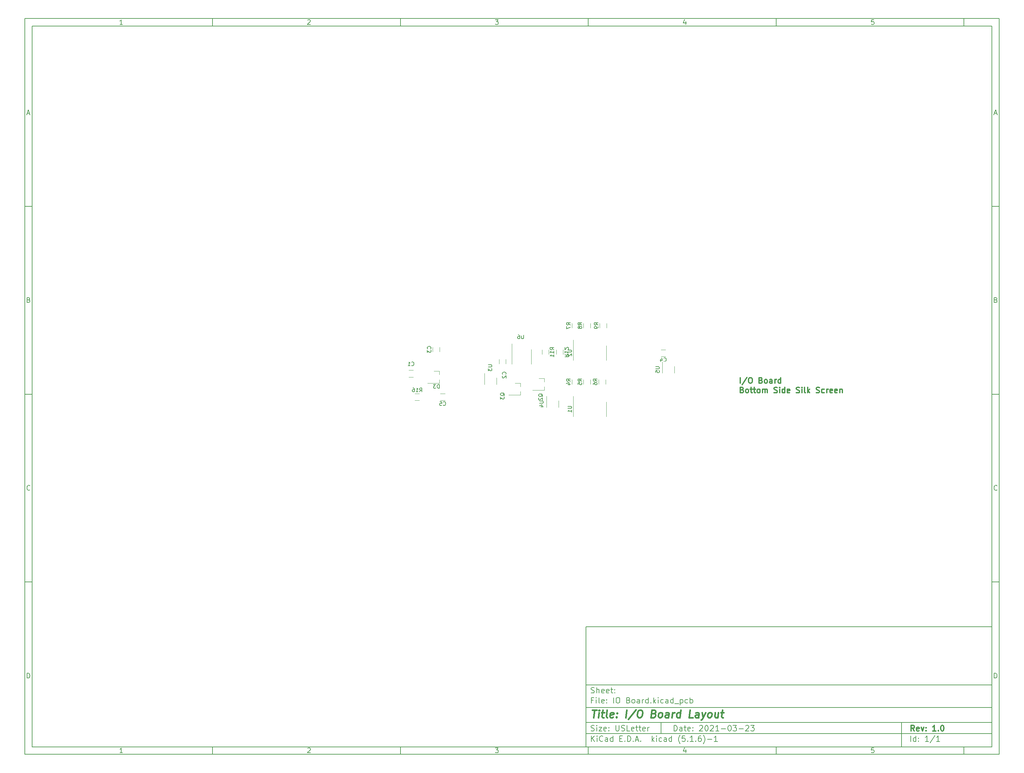
<source format=gbr>
G04 #@! TF.GenerationSoftware,KiCad,Pcbnew,(5.1.6)-1*
G04 #@! TF.CreationDate,2021-03-23T17:10:19-04:00*
G04 #@! TF.ProjectId,IO Board,494f2042-6f61-4726-942e-6b696361645f,1.0*
G04 #@! TF.SameCoordinates,Original*
G04 #@! TF.FileFunction,Legend,Bot*
G04 #@! TF.FilePolarity,Positive*
%FSLAX46Y46*%
G04 Gerber Fmt 4.6, Leading zero omitted, Abs format (unit mm)*
G04 Created by KiCad (PCBNEW (5.1.6)-1) date 2021-03-23 17:10:19*
%MOMM*%
%LPD*%
G01*
G04 APERTURE LIST*
%ADD10C,0.100000*%
%ADD11C,0.150000*%
%ADD12C,0.300000*%
%ADD13C,0.400000*%
%ADD14C,0.120000*%
%ADD15C,1.600000*%
%ADD16R,1.600000X1.600000*%
%ADD17R,1.900000X0.800000*%
%ADD18R,0.650000X1.560000*%
%ADD19R,1.700000X1.700000*%
%ADD20O,1.700000X1.700000*%
G04 APERTURE END LIST*
D10*
D11*
X159400000Y-171900000D02*
X159400000Y-203900000D01*
X267400000Y-203900000D01*
X267400000Y-171900000D01*
X159400000Y-171900000D01*
D10*
D11*
X10000000Y-10000000D02*
X10000000Y-205900000D01*
X269400000Y-205900000D01*
X269400000Y-10000000D01*
X10000000Y-10000000D01*
D10*
D11*
X12000000Y-12000000D02*
X12000000Y-203900000D01*
X267400000Y-203900000D01*
X267400000Y-12000000D01*
X12000000Y-12000000D01*
D10*
D11*
X60000000Y-12000000D02*
X60000000Y-10000000D01*
D10*
D11*
X110000000Y-12000000D02*
X110000000Y-10000000D01*
D10*
D11*
X160000000Y-12000000D02*
X160000000Y-10000000D01*
D10*
D11*
X210000000Y-12000000D02*
X210000000Y-10000000D01*
D10*
D11*
X260000000Y-12000000D02*
X260000000Y-10000000D01*
D10*
D11*
X36065476Y-11588095D02*
X35322619Y-11588095D01*
X35694047Y-11588095D02*
X35694047Y-10288095D01*
X35570238Y-10473809D01*
X35446428Y-10597619D01*
X35322619Y-10659523D01*
D10*
D11*
X85322619Y-10411904D02*
X85384523Y-10350000D01*
X85508333Y-10288095D01*
X85817857Y-10288095D01*
X85941666Y-10350000D01*
X86003571Y-10411904D01*
X86065476Y-10535714D01*
X86065476Y-10659523D01*
X86003571Y-10845238D01*
X85260714Y-11588095D01*
X86065476Y-11588095D01*
D10*
D11*
X135260714Y-10288095D02*
X136065476Y-10288095D01*
X135632142Y-10783333D01*
X135817857Y-10783333D01*
X135941666Y-10845238D01*
X136003571Y-10907142D01*
X136065476Y-11030952D01*
X136065476Y-11340476D01*
X136003571Y-11464285D01*
X135941666Y-11526190D01*
X135817857Y-11588095D01*
X135446428Y-11588095D01*
X135322619Y-11526190D01*
X135260714Y-11464285D01*
D10*
D11*
X185941666Y-10721428D02*
X185941666Y-11588095D01*
X185632142Y-10226190D02*
X185322619Y-11154761D01*
X186127380Y-11154761D01*
D10*
D11*
X236003571Y-10288095D02*
X235384523Y-10288095D01*
X235322619Y-10907142D01*
X235384523Y-10845238D01*
X235508333Y-10783333D01*
X235817857Y-10783333D01*
X235941666Y-10845238D01*
X236003571Y-10907142D01*
X236065476Y-11030952D01*
X236065476Y-11340476D01*
X236003571Y-11464285D01*
X235941666Y-11526190D01*
X235817857Y-11588095D01*
X235508333Y-11588095D01*
X235384523Y-11526190D01*
X235322619Y-11464285D01*
D10*
D11*
X60000000Y-203900000D02*
X60000000Y-205900000D01*
D10*
D11*
X110000000Y-203900000D02*
X110000000Y-205900000D01*
D10*
D11*
X160000000Y-203900000D02*
X160000000Y-205900000D01*
D10*
D11*
X210000000Y-203900000D02*
X210000000Y-205900000D01*
D10*
D11*
X260000000Y-203900000D02*
X260000000Y-205900000D01*
D10*
D11*
X36065476Y-205488095D02*
X35322619Y-205488095D01*
X35694047Y-205488095D02*
X35694047Y-204188095D01*
X35570238Y-204373809D01*
X35446428Y-204497619D01*
X35322619Y-204559523D01*
D10*
D11*
X85322619Y-204311904D02*
X85384523Y-204250000D01*
X85508333Y-204188095D01*
X85817857Y-204188095D01*
X85941666Y-204250000D01*
X86003571Y-204311904D01*
X86065476Y-204435714D01*
X86065476Y-204559523D01*
X86003571Y-204745238D01*
X85260714Y-205488095D01*
X86065476Y-205488095D01*
D10*
D11*
X135260714Y-204188095D02*
X136065476Y-204188095D01*
X135632142Y-204683333D01*
X135817857Y-204683333D01*
X135941666Y-204745238D01*
X136003571Y-204807142D01*
X136065476Y-204930952D01*
X136065476Y-205240476D01*
X136003571Y-205364285D01*
X135941666Y-205426190D01*
X135817857Y-205488095D01*
X135446428Y-205488095D01*
X135322619Y-205426190D01*
X135260714Y-205364285D01*
D10*
D11*
X185941666Y-204621428D02*
X185941666Y-205488095D01*
X185632142Y-204126190D02*
X185322619Y-205054761D01*
X186127380Y-205054761D01*
D10*
D11*
X236003571Y-204188095D02*
X235384523Y-204188095D01*
X235322619Y-204807142D01*
X235384523Y-204745238D01*
X235508333Y-204683333D01*
X235817857Y-204683333D01*
X235941666Y-204745238D01*
X236003571Y-204807142D01*
X236065476Y-204930952D01*
X236065476Y-205240476D01*
X236003571Y-205364285D01*
X235941666Y-205426190D01*
X235817857Y-205488095D01*
X235508333Y-205488095D01*
X235384523Y-205426190D01*
X235322619Y-205364285D01*
D10*
D11*
X10000000Y-60000000D02*
X12000000Y-60000000D01*
D10*
D11*
X10000000Y-110000000D02*
X12000000Y-110000000D01*
D10*
D11*
X10000000Y-160000000D02*
X12000000Y-160000000D01*
D10*
D11*
X10690476Y-35216666D02*
X11309523Y-35216666D01*
X10566666Y-35588095D02*
X11000000Y-34288095D01*
X11433333Y-35588095D01*
D10*
D11*
X11092857Y-84907142D02*
X11278571Y-84969047D01*
X11340476Y-85030952D01*
X11402380Y-85154761D01*
X11402380Y-85340476D01*
X11340476Y-85464285D01*
X11278571Y-85526190D01*
X11154761Y-85588095D01*
X10659523Y-85588095D01*
X10659523Y-84288095D01*
X11092857Y-84288095D01*
X11216666Y-84350000D01*
X11278571Y-84411904D01*
X11340476Y-84535714D01*
X11340476Y-84659523D01*
X11278571Y-84783333D01*
X11216666Y-84845238D01*
X11092857Y-84907142D01*
X10659523Y-84907142D01*
D10*
D11*
X11402380Y-135464285D02*
X11340476Y-135526190D01*
X11154761Y-135588095D01*
X11030952Y-135588095D01*
X10845238Y-135526190D01*
X10721428Y-135402380D01*
X10659523Y-135278571D01*
X10597619Y-135030952D01*
X10597619Y-134845238D01*
X10659523Y-134597619D01*
X10721428Y-134473809D01*
X10845238Y-134350000D01*
X11030952Y-134288095D01*
X11154761Y-134288095D01*
X11340476Y-134350000D01*
X11402380Y-134411904D01*
D10*
D11*
X10659523Y-185588095D02*
X10659523Y-184288095D01*
X10969047Y-184288095D01*
X11154761Y-184350000D01*
X11278571Y-184473809D01*
X11340476Y-184597619D01*
X11402380Y-184845238D01*
X11402380Y-185030952D01*
X11340476Y-185278571D01*
X11278571Y-185402380D01*
X11154761Y-185526190D01*
X10969047Y-185588095D01*
X10659523Y-185588095D01*
D10*
D11*
X269400000Y-60000000D02*
X267400000Y-60000000D01*
D10*
D11*
X269400000Y-110000000D02*
X267400000Y-110000000D01*
D10*
D11*
X269400000Y-160000000D02*
X267400000Y-160000000D01*
D10*
D11*
X268090476Y-35216666D02*
X268709523Y-35216666D01*
X267966666Y-35588095D02*
X268400000Y-34288095D01*
X268833333Y-35588095D01*
D10*
D11*
X268492857Y-84907142D02*
X268678571Y-84969047D01*
X268740476Y-85030952D01*
X268802380Y-85154761D01*
X268802380Y-85340476D01*
X268740476Y-85464285D01*
X268678571Y-85526190D01*
X268554761Y-85588095D01*
X268059523Y-85588095D01*
X268059523Y-84288095D01*
X268492857Y-84288095D01*
X268616666Y-84350000D01*
X268678571Y-84411904D01*
X268740476Y-84535714D01*
X268740476Y-84659523D01*
X268678571Y-84783333D01*
X268616666Y-84845238D01*
X268492857Y-84907142D01*
X268059523Y-84907142D01*
D10*
D11*
X268802380Y-135464285D02*
X268740476Y-135526190D01*
X268554761Y-135588095D01*
X268430952Y-135588095D01*
X268245238Y-135526190D01*
X268121428Y-135402380D01*
X268059523Y-135278571D01*
X267997619Y-135030952D01*
X267997619Y-134845238D01*
X268059523Y-134597619D01*
X268121428Y-134473809D01*
X268245238Y-134350000D01*
X268430952Y-134288095D01*
X268554761Y-134288095D01*
X268740476Y-134350000D01*
X268802380Y-134411904D01*
D10*
D11*
X268059523Y-185588095D02*
X268059523Y-184288095D01*
X268369047Y-184288095D01*
X268554761Y-184350000D01*
X268678571Y-184473809D01*
X268740476Y-184597619D01*
X268802380Y-184845238D01*
X268802380Y-185030952D01*
X268740476Y-185278571D01*
X268678571Y-185402380D01*
X268554761Y-185526190D01*
X268369047Y-185588095D01*
X268059523Y-185588095D01*
D10*
D11*
X182832142Y-199678571D02*
X182832142Y-198178571D01*
X183189285Y-198178571D01*
X183403571Y-198250000D01*
X183546428Y-198392857D01*
X183617857Y-198535714D01*
X183689285Y-198821428D01*
X183689285Y-199035714D01*
X183617857Y-199321428D01*
X183546428Y-199464285D01*
X183403571Y-199607142D01*
X183189285Y-199678571D01*
X182832142Y-199678571D01*
X184975000Y-199678571D02*
X184975000Y-198892857D01*
X184903571Y-198750000D01*
X184760714Y-198678571D01*
X184475000Y-198678571D01*
X184332142Y-198750000D01*
X184975000Y-199607142D02*
X184832142Y-199678571D01*
X184475000Y-199678571D01*
X184332142Y-199607142D01*
X184260714Y-199464285D01*
X184260714Y-199321428D01*
X184332142Y-199178571D01*
X184475000Y-199107142D01*
X184832142Y-199107142D01*
X184975000Y-199035714D01*
X185475000Y-198678571D02*
X186046428Y-198678571D01*
X185689285Y-198178571D02*
X185689285Y-199464285D01*
X185760714Y-199607142D01*
X185903571Y-199678571D01*
X186046428Y-199678571D01*
X187117857Y-199607142D02*
X186975000Y-199678571D01*
X186689285Y-199678571D01*
X186546428Y-199607142D01*
X186475000Y-199464285D01*
X186475000Y-198892857D01*
X186546428Y-198750000D01*
X186689285Y-198678571D01*
X186975000Y-198678571D01*
X187117857Y-198750000D01*
X187189285Y-198892857D01*
X187189285Y-199035714D01*
X186475000Y-199178571D01*
X187832142Y-199535714D02*
X187903571Y-199607142D01*
X187832142Y-199678571D01*
X187760714Y-199607142D01*
X187832142Y-199535714D01*
X187832142Y-199678571D01*
X187832142Y-198750000D02*
X187903571Y-198821428D01*
X187832142Y-198892857D01*
X187760714Y-198821428D01*
X187832142Y-198750000D01*
X187832142Y-198892857D01*
X189617857Y-198321428D02*
X189689285Y-198250000D01*
X189832142Y-198178571D01*
X190189285Y-198178571D01*
X190332142Y-198250000D01*
X190403571Y-198321428D01*
X190475000Y-198464285D01*
X190475000Y-198607142D01*
X190403571Y-198821428D01*
X189546428Y-199678571D01*
X190475000Y-199678571D01*
X191403571Y-198178571D02*
X191546428Y-198178571D01*
X191689285Y-198250000D01*
X191760714Y-198321428D01*
X191832142Y-198464285D01*
X191903571Y-198750000D01*
X191903571Y-199107142D01*
X191832142Y-199392857D01*
X191760714Y-199535714D01*
X191689285Y-199607142D01*
X191546428Y-199678571D01*
X191403571Y-199678571D01*
X191260714Y-199607142D01*
X191189285Y-199535714D01*
X191117857Y-199392857D01*
X191046428Y-199107142D01*
X191046428Y-198750000D01*
X191117857Y-198464285D01*
X191189285Y-198321428D01*
X191260714Y-198250000D01*
X191403571Y-198178571D01*
X192475000Y-198321428D02*
X192546428Y-198250000D01*
X192689285Y-198178571D01*
X193046428Y-198178571D01*
X193189285Y-198250000D01*
X193260714Y-198321428D01*
X193332142Y-198464285D01*
X193332142Y-198607142D01*
X193260714Y-198821428D01*
X192403571Y-199678571D01*
X193332142Y-199678571D01*
X194760714Y-199678571D02*
X193903571Y-199678571D01*
X194332142Y-199678571D02*
X194332142Y-198178571D01*
X194189285Y-198392857D01*
X194046428Y-198535714D01*
X193903571Y-198607142D01*
X195403571Y-199107142D02*
X196546428Y-199107142D01*
X197546428Y-198178571D02*
X197689285Y-198178571D01*
X197832142Y-198250000D01*
X197903571Y-198321428D01*
X197975000Y-198464285D01*
X198046428Y-198750000D01*
X198046428Y-199107142D01*
X197975000Y-199392857D01*
X197903571Y-199535714D01*
X197832142Y-199607142D01*
X197689285Y-199678571D01*
X197546428Y-199678571D01*
X197403571Y-199607142D01*
X197332142Y-199535714D01*
X197260714Y-199392857D01*
X197189285Y-199107142D01*
X197189285Y-198750000D01*
X197260714Y-198464285D01*
X197332142Y-198321428D01*
X197403571Y-198250000D01*
X197546428Y-198178571D01*
X198546428Y-198178571D02*
X199475000Y-198178571D01*
X198975000Y-198750000D01*
X199189285Y-198750000D01*
X199332142Y-198821428D01*
X199403571Y-198892857D01*
X199475000Y-199035714D01*
X199475000Y-199392857D01*
X199403571Y-199535714D01*
X199332142Y-199607142D01*
X199189285Y-199678571D01*
X198760714Y-199678571D01*
X198617857Y-199607142D01*
X198546428Y-199535714D01*
X200117857Y-199107142D02*
X201260714Y-199107142D01*
X201903571Y-198321428D02*
X201975000Y-198250000D01*
X202117857Y-198178571D01*
X202475000Y-198178571D01*
X202617857Y-198250000D01*
X202689285Y-198321428D01*
X202760714Y-198464285D01*
X202760714Y-198607142D01*
X202689285Y-198821428D01*
X201832142Y-199678571D01*
X202760714Y-199678571D01*
X203260714Y-198178571D02*
X204189285Y-198178571D01*
X203689285Y-198750000D01*
X203903571Y-198750000D01*
X204046428Y-198821428D01*
X204117857Y-198892857D01*
X204189285Y-199035714D01*
X204189285Y-199392857D01*
X204117857Y-199535714D01*
X204046428Y-199607142D01*
X203903571Y-199678571D01*
X203475000Y-199678571D01*
X203332142Y-199607142D01*
X203260714Y-199535714D01*
D10*
D11*
X159400000Y-200400000D02*
X267400000Y-200400000D01*
D10*
D11*
X160832142Y-202478571D02*
X160832142Y-200978571D01*
X161689285Y-202478571D02*
X161046428Y-201621428D01*
X161689285Y-200978571D02*
X160832142Y-201835714D01*
X162332142Y-202478571D02*
X162332142Y-201478571D01*
X162332142Y-200978571D02*
X162260714Y-201050000D01*
X162332142Y-201121428D01*
X162403571Y-201050000D01*
X162332142Y-200978571D01*
X162332142Y-201121428D01*
X163903571Y-202335714D02*
X163832142Y-202407142D01*
X163617857Y-202478571D01*
X163475000Y-202478571D01*
X163260714Y-202407142D01*
X163117857Y-202264285D01*
X163046428Y-202121428D01*
X162975000Y-201835714D01*
X162975000Y-201621428D01*
X163046428Y-201335714D01*
X163117857Y-201192857D01*
X163260714Y-201050000D01*
X163475000Y-200978571D01*
X163617857Y-200978571D01*
X163832142Y-201050000D01*
X163903571Y-201121428D01*
X165189285Y-202478571D02*
X165189285Y-201692857D01*
X165117857Y-201550000D01*
X164975000Y-201478571D01*
X164689285Y-201478571D01*
X164546428Y-201550000D01*
X165189285Y-202407142D02*
X165046428Y-202478571D01*
X164689285Y-202478571D01*
X164546428Y-202407142D01*
X164475000Y-202264285D01*
X164475000Y-202121428D01*
X164546428Y-201978571D01*
X164689285Y-201907142D01*
X165046428Y-201907142D01*
X165189285Y-201835714D01*
X166546428Y-202478571D02*
X166546428Y-200978571D01*
X166546428Y-202407142D02*
X166403571Y-202478571D01*
X166117857Y-202478571D01*
X165975000Y-202407142D01*
X165903571Y-202335714D01*
X165832142Y-202192857D01*
X165832142Y-201764285D01*
X165903571Y-201621428D01*
X165975000Y-201550000D01*
X166117857Y-201478571D01*
X166403571Y-201478571D01*
X166546428Y-201550000D01*
X168403571Y-201692857D02*
X168903571Y-201692857D01*
X169117857Y-202478571D02*
X168403571Y-202478571D01*
X168403571Y-200978571D01*
X169117857Y-200978571D01*
X169760714Y-202335714D02*
X169832142Y-202407142D01*
X169760714Y-202478571D01*
X169689285Y-202407142D01*
X169760714Y-202335714D01*
X169760714Y-202478571D01*
X170475000Y-202478571D02*
X170475000Y-200978571D01*
X170832142Y-200978571D01*
X171046428Y-201050000D01*
X171189285Y-201192857D01*
X171260714Y-201335714D01*
X171332142Y-201621428D01*
X171332142Y-201835714D01*
X171260714Y-202121428D01*
X171189285Y-202264285D01*
X171046428Y-202407142D01*
X170832142Y-202478571D01*
X170475000Y-202478571D01*
X171975000Y-202335714D02*
X172046428Y-202407142D01*
X171975000Y-202478571D01*
X171903571Y-202407142D01*
X171975000Y-202335714D01*
X171975000Y-202478571D01*
X172617857Y-202050000D02*
X173332142Y-202050000D01*
X172475000Y-202478571D02*
X172975000Y-200978571D01*
X173475000Y-202478571D01*
X173975000Y-202335714D02*
X174046428Y-202407142D01*
X173975000Y-202478571D01*
X173903571Y-202407142D01*
X173975000Y-202335714D01*
X173975000Y-202478571D01*
X176975000Y-202478571D02*
X176975000Y-200978571D01*
X177117857Y-201907142D02*
X177546428Y-202478571D01*
X177546428Y-201478571D02*
X176975000Y-202050000D01*
X178189285Y-202478571D02*
X178189285Y-201478571D01*
X178189285Y-200978571D02*
X178117857Y-201050000D01*
X178189285Y-201121428D01*
X178260714Y-201050000D01*
X178189285Y-200978571D01*
X178189285Y-201121428D01*
X179546428Y-202407142D02*
X179403571Y-202478571D01*
X179117857Y-202478571D01*
X178975000Y-202407142D01*
X178903571Y-202335714D01*
X178832142Y-202192857D01*
X178832142Y-201764285D01*
X178903571Y-201621428D01*
X178975000Y-201550000D01*
X179117857Y-201478571D01*
X179403571Y-201478571D01*
X179546428Y-201550000D01*
X180832142Y-202478571D02*
X180832142Y-201692857D01*
X180760714Y-201550000D01*
X180617857Y-201478571D01*
X180332142Y-201478571D01*
X180189285Y-201550000D01*
X180832142Y-202407142D02*
X180689285Y-202478571D01*
X180332142Y-202478571D01*
X180189285Y-202407142D01*
X180117857Y-202264285D01*
X180117857Y-202121428D01*
X180189285Y-201978571D01*
X180332142Y-201907142D01*
X180689285Y-201907142D01*
X180832142Y-201835714D01*
X182189285Y-202478571D02*
X182189285Y-200978571D01*
X182189285Y-202407142D02*
X182046428Y-202478571D01*
X181760714Y-202478571D01*
X181617857Y-202407142D01*
X181546428Y-202335714D01*
X181475000Y-202192857D01*
X181475000Y-201764285D01*
X181546428Y-201621428D01*
X181617857Y-201550000D01*
X181760714Y-201478571D01*
X182046428Y-201478571D01*
X182189285Y-201550000D01*
X184475000Y-203050000D02*
X184403571Y-202978571D01*
X184260714Y-202764285D01*
X184189285Y-202621428D01*
X184117857Y-202407142D01*
X184046428Y-202050000D01*
X184046428Y-201764285D01*
X184117857Y-201407142D01*
X184189285Y-201192857D01*
X184260714Y-201050000D01*
X184403571Y-200835714D01*
X184475000Y-200764285D01*
X185760714Y-200978571D02*
X185046428Y-200978571D01*
X184975000Y-201692857D01*
X185046428Y-201621428D01*
X185189285Y-201550000D01*
X185546428Y-201550000D01*
X185689285Y-201621428D01*
X185760714Y-201692857D01*
X185832142Y-201835714D01*
X185832142Y-202192857D01*
X185760714Y-202335714D01*
X185689285Y-202407142D01*
X185546428Y-202478571D01*
X185189285Y-202478571D01*
X185046428Y-202407142D01*
X184975000Y-202335714D01*
X186475000Y-202335714D02*
X186546428Y-202407142D01*
X186475000Y-202478571D01*
X186403571Y-202407142D01*
X186475000Y-202335714D01*
X186475000Y-202478571D01*
X187975000Y-202478571D02*
X187117857Y-202478571D01*
X187546428Y-202478571D02*
X187546428Y-200978571D01*
X187403571Y-201192857D01*
X187260714Y-201335714D01*
X187117857Y-201407142D01*
X188617857Y-202335714D02*
X188689285Y-202407142D01*
X188617857Y-202478571D01*
X188546428Y-202407142D01*
X188617857Y-202335714D01*
X188617857Y-202478571D01*
X189975000Y-200978571D02*
X189689285Y-200978571D01*
X189546428Y-201050000D01*
X189475000Y-201121428D01*
X189332142Y-201335714D01*
X189260714Y-201621428D01*
X189260714Y-202192857D01*
X189332142Y-202335714D01*
X189403571Y-202407142D01*
X189546428Y-202478571D01*
X189832142Y-202478571D01*
X189975000Y-202407142D01*
X190046428Y-202335714D01*
X190117857Y-202192857D01*
X190117857Y-201835714D01*
X190046428Y-201692857D01*
X189975000Y-201621428D01*
X189832142Y-201550000D01*
X189546428Y-201550000D01*
X189403571Y-201621428D01*
X189332142Y-201692857D01*
X189260714Y-201835714D01*
X190617857Y-203050000D02*
X190689285Y-202978571D01*
X190832142Y-202764285D01*
X190903571Y-202621428D01*
X190975000Y-202407142D01*
X191046428Y-202050000D01*
X191046428Y-201764285D01*
X190975000Y-201407142D01*
X190903571Y-201192857D01*
X190832142Y-201050000D01*
X190689285Y-200835714D01*
X190617857Y-200764285D01*
X191760714Y-201907142D02*
X192903571Y-201907142D01*
X194403571Y-202478571D02*
X193546428Y-202478571D01*
X193975000Y-202478571D02*
X193975000Y-200978571D01*
X193832142Y-201192857D01*
X193689285Y-201335714D01*
X193546428Y-201407142D01*
D10*
D11*
X159400000Y-197400000D02*
X267400000Y-197400000D01*
D10*
D12*
X246809285Y-199678571D02*
X246309285Y-198964285D01*
X245952142Y-199678571D02*
X245952142Y-198178571D01*
X246523571Y-198178571D01*
X246666428Y-198250000D01*
X246737857Y-198321428D01*
X246809285Y-198464285D01*
X246809285Y-198678571D01*
X246737857Y-198821428D01*
X246666428Y-198892857D01*
X246523571Y-198964285D01*
X245952142Y-198964285D01*
X248023571Y-199607142D02*
X247880714Y-199678571D01*
X247595000Y-199678571D01*
X247452142Y-199607142D01*
X247380714Y-199464285D01*
X247380714Y-198892857D01*
X247452142Y-198750000D01*
X247595000Y-198678571D01*
X247880714Y-198678571D01*
X248023571Y-198750000D01*
X248095000Y-198892857D01*
X248095000Y-199035714D01*
X247380714Y-199178571D01*
X248595000Y-198678571D02*
X248952142Y-199678571D01*
X249309285Y-198678571D01*
X249880714Y-199535714D02*
X249952142Y-199607142D01*
X249880714Y-199678571D01*
X249809285Y-199607142D01*
X249880714Y-199535714D01*
X249880714Y-199678571D01*
X249880714Y-198750000D02*
X249952142Y-198821428D01*
X249880714Y-198892857D01*
X249809285Y-198821428D01*
X249880714Y-198750000D01*
X249880714Y-198892857D01*
X252523571Y-199678571D02*
X251666428Y-199678571D01*
X252095000Y-199678571D02*
X252095000Y-198178571D01*
X251952142Y-198392857D01*
X251809285Y-198535714D01*
X251666428Y-198607142D01*
X253166428Y-199535714D02*
X253237857Y-199607142D01*
X253166428Y-199678571D01*
X253095000Y-199607142D01*
X253166428Y-199535714D01*
X253166428Y-199678571D01*
X254166428Y-198178571D02*
X254309285Y-198178571D01*
X254452142Y-198250000D01*
X254523571Y-198321428D01*
X254595000Y-198464285D01*
X254666428Y-198750000D01*
X254666428Y-199107142D01*
X254595000Y-199392857D01*
X254523571Y-199535714D01*
X254452142Y-199607142D01*
X254309285Y-199678571D01*
X254166428Y-199678571D01*
X254023571Y-199607142D01*
X253952142Y-199535714D01*
X253880714Y-199392857D01*
X253809285Y-199107142D01*
X253809285Y-198750000D01*
X253880714Y-198464285D01*
X253952142Y-198321428D01*
X254023571Y-198250000D01*
X254166428Y-198178571D01*
D10*
D11*
X160760714Y-199607142D02*
X160975000Y-199678571D01*
X161332142Y-199678571D01*
X161475000Y-199607142D01*
X161546428Y-199535714D01*
X161617857Y-199392857D01*
X161617857Y-199250000D01*
X161546428Y-199107142D01*
X161475000Y-199035714D01*
X161332142Y-198964285D01*
X161046428Y-198892857D01*
X160903571Y-198821428D01*
X160832142Y-198750000D01*
X160760714Y-198607142D01*
X160760714Y-198464285D01*
X160832142Y-198321428D01*
X160903571Y-198250000D01*
X161046428Y-198178571D01*
X161403571Y-198178571D01*
X161617857Y-198250000D01*
X162260714Y-199678571D02*
X162260714Y-198678571D01*
X162260714Y-198178571D02*
X162189285Y-198250000D01*
X162260714Y-198321428D01*
X162332142Y-198250000D01*
X162260714Y-198178571D01*
X162260714Y-198321428D01*
X162832142Y-198678571D02*
X163617857Y-198678571D01*
X162832142Y-199678571D01*
X163617857Y-199678571D01*
X164760714Y-199607142D02*
X164617857Y-199678571D01*
X164332142Y-199678571D01*
X164189285Y-199607142D01*
X164117857Y-199464285D01*
X164117857Y-198892857D01*
X164189285Y-198750000D01*
X164332142Y-198678571D01*
X164617857Y-198678571D01*
X164760714Y-198750000D01*
X164832142Y-198892857D01*
X164832142Y-199035714D01*
X164117857Y-199178571D01*
X165475000Y-199535714D02*
X165546428Y-199607142D01*
X165475000Y-199678571D01*
X165403571Y-199607142D01*
X165475000Y-199535714D01*
X165475000Y-199678571D01*
X165475000Y-198750000D02*
X165546428Y-198821428D01*
X165475000Y-198892857D01*
X165403571Y-198821428D01*
X165475000Y-198750000D01*
X165475000Y-198892857D01*
X167332142Y-198178571D02*
X167332142Y-199392857D01*
X167403571Y-199535714D01*
X167475000Y-199607142D01*
X167617857Y-199678571D01*
X167903571Y-199678571D01*
X168046428Y-199607142D01*
X168117857Y-199535714D01*
X168189285Y-199392857D01*
X168189285Y-198178571D01*
X168832142Y-199607142D02*
X169046428Y-199678571D01*
X169403571Y-199678571D01*
X169546428Y-199607142D01*
X169617857Y-199535714D01*
X169689285Y-199392857D01*
X169689285Y-199250000D01*
X169617857Y-199107142D01*
X169546428Y-199035714D01*
X169403571Y-198964285D01*
X169117857Y-198892857D01*
X168975000Y-198821428D01*
X168903571Y-198750000D01*
X168832142Y-198607142D01*
X168832142Y-198464285D01*
X168903571Y-198321428D01*
X168975000Y-198250000D01*
X169117857Y-198178571D01*
X169475000Y-198178571D01*
X169689285Y-198250000D01*
X171046428Y-199678571D02*
X170332142Y-199678571D01*
X170332142Y-198178571D01*
X172117857Y-199607142D02*
X171975000Y-199678571D01*
X171689285Y-199678571D01*
X171546428Y-199607142D01*
X171475000Y-199464285D01*
X171475000Y-198892857D01*
X171546428Y-198750000D01*
X171689285Y-198678571D01*
X171975000Y-198678571D01*
X172117857Y-198750000D01*
X172189285Y-198892857D01*
X172189285Y-199035714D01*
X171475000Y-199178571D01*
X172617857Y-198678571D02*
X173189285Y-198678571D01*
X172832142Y-198178571D02*
X172832142Y-199464285D01*
X172903571Y-199607142D01*
X173046428Y-199678571D01*
X173189285Y-199678571D01*
X173475000Y-198678571D02*
X174046428Y-198678571D01*
X173689285Y-198178571D02*
X173689285Y-199464285D01*
X173760714Y-199607142D01*
X173903571Y-199678571D01*
X174046428Y-199678571D01*
X175117857Y-199607142D02*
X174975000Y-199678571D01*
X174689285Y-199678571D01*
X174546428Y-199607142D01*
X174475000Y-199464285D01*
X174475000Y-198892857D01*
X174546428Y-198750000D01*
X174689285Y-198678571D01*
X174975000Y-198678571D01*
X175117857Y-198750000D01*
X175189285Y-198892857D01*
X175189285Y-199035714D01*
X174475000Y-199178571D01*
X175832142Y-199678571D02*
X175832142Y-198678571D01*
X175832142Y-198964285D02*
X175903571Y-198821428D01*
X175975000Y-198750000D01*
X176117857Y-198678571D01*
X176260714Y-198678571D01*
D10*
D11*
X245832142Y-202478571D02*
X245832142Y-200978571D01*
X247189285Y-202478571D02*
X247189285Y-200978571D01*
X247189285Y-202407142D02*
X247046428Y-202478571D01*
X246760714Y-202478571D01*
X246617857Y-202407142D01*
X246546428Y-202335714D01*
X246475000Y-202192857D01*
X246475000Y-201764285D01*
X246546428Y-201621428D01*
X246617857Y-201550000D01*
X246760714Y-201478571D01*
X247046428Y-201478571D01*
X247189285Y-201550000D01*
X247903571Y-202335714D02*
X247975000Y-202407142D01*
X247903571Y-202478571D01*
X247832142Y-202407142D01*
X247903571Y-202335714D01*
X247903571Y-202478571D01*
X247903571Y-201550000D02*
X247975000Y-201621428D01*
X247903571Y-201692857D01*
X247832142Y-201621428D01*
X247903571Y-201550000D01*
X247903571Y-201692857D01*
X250546428Y-202478571D02*
X249689285Y-202478571D01*
X250117857Y-202478571D02*
X250117857Y-200978571D01*
X249975000Y-201192857D01*
X249832142Y-201335714D01*
X249689285Y-201407142D01*
X252260714Y-200907142D02*
X250975000Y-202835714D01*
X253546428Y-202478571D02*
X252689285Y-202478571D01*
X253117857Y-202478571D02*
X253117857Y-200978571D01*
X252975000Y-201192857D01*
X252832142Y-201335714D01*
X252689285Y-201407142D01*
D10*
D11*
X159400000Y-193400000D02*
X267400000Y-193400000D01*
D10*
D13*
X161112380Y-194104761D02*
X162255238Y-194104761D01*
X161433809Y-196104761D02*
X161683809Y-194104761D01*
X162671904Y-196104761D02*
X162838571Y-194771428D01*
X162921904Y-194104761D02*
X162814761Y-194200000D01*
X162898095Y-194295238D01*
X163005238Y-194200000D01*
X162921904Y-194104761D01*
X162898095Y-194295238D01*
X163505238Y-194771428D02*
X164267142Y-194771428D01*
X163874285Y-194104761D02*
X163660000Y-195819047D01*
X163731428Y-196009523D01*
X163910000Y-196104761D01*
X164100476Y-196104761D01*
X165052857Y-196104761D02*
X164874285Y-196009523D01*
X164802857Y-195819047D01*
X165017142Y-194104761D01*
X166588571Y-196009523D02*
X166386190Y-196104761D01*
X166005238Y-196104761D01*
X165826666Y-196009523D01*
X165755238Y-195819047D01*
X165850476Y-195057142D01*
X165969523Y-194866666D01*
X166171904Y-194771428D01*
X166552857Y-194771428D01*
X166731428Y-194866666D01*
X166802857Y-195057142D01*
X166779047Y-195247619D01*
X165802857Y-195438095D01*
X167552857Y-195914285D02*
X167636190Y-196009523D01*
X167529047Y-196104761D01*
X167445714Y-196009523D01*
X167552857Y-195914285D01*
X167529047Y-196104761D01*
X167683809Y-194866666D02*
X167767142Y-194961904D01*
X167660000Y-195057142D01*
X167576666Y-194961904D01*
X167683809Y-194866666D01*
X167660000Y-195057142D01*
X170005238Y-196104761D02*
X170255238Y-194104761D01*
X172648095Y-194009523D02*
X170612380Y-196580952D01*
X173683809Y-194104761D02*
X174064761Y-194104761D01*
X174243333Y-194200000D01*
X174410000Y-194390476D01*
X174457619Y-194771428D01*
X174374285Y-195438095D01*
X174231428Y-195819047D01*
X174017142Y-196009523D01*
X173814761Y-196104761D01*
X173433809Y-196104761D01*
X173255238Y-196009523D01*
X173088571Y-195819047D01*
X173040952Y-195438095D01*
X173124285Y-194771428D01*
X173267142Y-194390476D01*
X173481428Y-194200000D01*
X173683809Y-194104761D01*
X177469523Y-195057142D02*
X177743333Y-195152380D01*
X177826666Y-195247619D01*
X177898095Y-195438095D01*
X177862380Y-195723809D01*
X177743333Y-195914285D01*
X177636190Y-196009523D01*
X177433809Y-196104761D01*
X176671904Y-196104761D01*
X176921904Y-194104761D01*
X177588571Y-194104761D01*
X177767142Y-194200000D01*
X177850476Y-194295238D01*
X177921904Y-194485714D01*
X177898095Y-194676190D01*
X177779047Y-194866666D01*
X177671904Y-194961904D01*
X177469523Y-195057142D01*
X176802857Y-195057142D01*
X178957619Y-196104761D02*
X178779047Y-196009523D01*
X178695714Y-195914285D01*
X178624285Y-195723809D01*
X178695714Y-195152380D01*
X178814761Y-194961904D01*
X178921904Y-194866666D01*
X179124285Y-194771428D01*
X179410000Y-194771428D01*
X179588571Y-194866666D01*
X179671904Y-194961904D01*
X179743333Y-195152380D01*
X179671904Y-195723809D01*
X179552857Y-195914285D01*
X179445714Y-196009523D01*
X179243333Y-196104761D01*
X178957619Y-196104761D01*
X181338571Y-196104761D02*
X181469523Y-195057142D01*
X181398095Y-194866666D01*
X181219523Y-194771428D01*
X180838571Y-194771428D01*
X180636190Y-194866666D01*
X181350476Y-196009523D02*
X181148095Y-196104761D01*
X180671904Y-196104761D01*
X180493333Y-196009523D01*
X180421904Y-195819047D01*
X180445714Y-195628571D01*
X180564761Y-195438095D01*
X180767142Y-195342857D01*
X181243333Y-195342857D01*
X181445714Y-195247619D01*
X182290952Y-196104761D02*
X182457619Y-194771428D01*
X182410000Y-195152380D02*
X182529047Y-194961904D01*
X182636190Y-194866666D01*
X182838571Y-194771428D01*
X183029047Y-194771428D01*
X184386190Y-196104761D02*
X184636190Y-194104761D01*
X184398095Y-196009523D02*
X184195714Y-196104761D01*
X183814761Y-196104761D01*
X183636190Y-196009523D01*
X183552857Y-195914285D01*
X183481428Y-195723809D01*
X183552857Y-195152380D01*
X183671904Y-194961904D01*
X183779047Y-194866666D01*
X183981428Y-194771428D01*
X184362380Y-194771428D01*
X184540952Y-194866666D01*
X187814761Y-196104761D02*
X186862380Y-196104761D01*
X187112380Y-194104761D01*
X189338571Y-196104761D02*
X189469523Y-195057142D01*
X189398095Y-194866666D01*
X189219523Y-194771428D01*
X188838571Y-194771428D01*
X188636190Y-194866666D01*
X189350476Y-196009523D02*
X189148095Y-196104761D01*
X188671904Y-196104761D01*
X188493333Y-196009523D01*
X188421904Y-195819047D01*
X188445714Y-195628571D01*
X188564761Y-195438095D01*
X188767142Y-195342857D01*
X189243333Y-195342857D01*
X189445714Y-195247619D01*
X190267142Y-194771428D02*
X190576666Y-196104761D01*
X191219523Y-194771428D02*
X190576666Y-196104761D01*
X190326666Y-196580952D01*
X190219523Y-196676190D01*
X190017142Y-196771428D01*
X192100476Y-196104761D02*
X191921904Y-196009523D01*
X191838571Y-195914285D01*
X191767142Y-195723809D01*
X191838571Y-195152380D01*
X191957619Y-194961904D01*
X192064761Y-194866666D01*
X192267142Y-194771428D01*
X192552857Y-194771428D01*
X192731428Y-194866666D01*
X192814761Y-194961904D01*
X192886190Y-195152380D01*
X192814761Y-195723809D01*
X192695714Y-195914285D01*
X192588571Y-196009523D01*
X192386190Y-196104761D01*
X192100476Y-196104761D01*
X194648095Y-194771428D02*
X194481428Y-196104761D01*
X193790952Y-194771428D02*
X193660000Y-195819047D01*
X193731428Y-196009523D01*
X193910000Y-196104761D01*
X194195714Y-196104761D01*
X194398095Y-196009523D01*
X194505238Y-195914285D01*
X195314761Y-194771428D02*
X196076666Y-194771428D01*
X195683809Y-194104761D02*
X195469523Y-195819047D01*
X195540952Y-196009523D01*
X195719523Y-196104761D01*
X195910000Y-196104761D01*
D10*
D11*
X161332142Y-191492857D02*
X160832142Y-191492857D01*
X160832142Y-192278571D02*
X160832142Y-190778571D01*
X161546428Y-190778571D01*
X162117857Y-192278571D02*
X162117857Y-191278571D01*
X162117857Y-190778571D02*
X162046428Y-190850000D01*
X162117857Y-190921428D01*
X162189285Y-190850000D01*
X162117857Y-190778571D01*
X162117857Y-190921428D01*
X163046428Y-192278571D02*
X162903571Y-192207142D01*
X162832142Y-192064285D01*
X162832142Y-190778571D01*
X164189285Y-192207142D02*
X164046428Y-192278571D01*
X163760714Y-192278571D01*
X163617857Y-192207142D01*
X163546428Y-192064285D01*
X163546428Y-191492857D01*
X163617857Y-191350000D01*
X163760714Y-191278571D01*
X164046428Y-191278571D01*
X164189285Y-191350000D01*
X164260714Y-191492857D01*
X164260714Y-191635714D01*
X163546428Y-191778571D01*
X164903571Y-192135714D02*
X164975000Y-192207142D01*
X164903571Y-192278571D01*
X164832142Y-192207142D01*
X164903571Y-192135714D01*
X164903571Y-192278571D01*
X164903571Y-191350000D02*
X164975000Y-191421428D01*
X164903571Y-191492857D01*
X164832142Y-191421428D01*
X164903571Y-191350000D01*
X164903571Y-191492857D01*
X166760714Y-192278571D02*
X166760714Y-190778571D01*
X167760714Y-190778571D02*
X168046428Y-190778571D01*
X168189285Y-190850000D01*
X168332142Y-190992857D01*
X168403571Y-191278571D01*
X168403571Y-191778571D01*
X168332142Y-192064285D01*
X168189285Y-192207142D01*
X168046428Y-192278571D01*
X167760714Y-192278571D01*
X167617857Y-192207142D01*
X167475000Y-192064285D01*
X167403571Y-191778571D01*
X167403571Y-191278571D01*
X167475000Y-190992857D01*
X167617857Y-190850000D01*
X167760714Y-190778571D01*
X170689285Y-191492857D02*
X170903571Y-191564285D01*
X170975000Y-191635714D01*
X171046428Y-191778571D01*
X171046428Y-191992857D01*
X170975000Y-192135714D01*
X170903571Y-192207142D01*
X170760714Y-192278571D01*
X170189285Y-192278571D01*
X170189285Y-190778571D01*
X170689285Y-190778571D01*
X170832142Y-190850000D01*
X170903571Y-190921428D01*
X170975000Y-191064285D01*
X170975000Y-191207142D01*
X170903571Y-191350000D01*
X170832142Y-191421428D01*
X170689285Y-191492857D01*
X170189285Y-191492857D01*
X171903571Y-192278571D02*
X171760714Y-192207142D01*
X171689285Y-192135714D01*
X171617857Y-191992857D01*
X171617857Y-191564285D01*
X171689285Y-191421428D01*
X171760714Y-191350000D01*
X171903571Y-191278571D01*
X172117857Y-191278571D01*
X172260714Y-191350000D01*
X172332142Y-191421428D01*
X172403571Y-191564285D01*
X172403571Y-191992857D01*
X172332142Y-192135714D01*
X172260714Y-192207142D01*
X172117857Y-192278571D01*
X171903571Y-192278571D01*
X173689285Y-192278571D02*
X173689285Y-191492857D01*
X173617857Y-191350000D01*
X173475000Y-191278571D01*
X173189285Y-191278571D01*
X173046428Y-191350000D01*
X173689285Y-192207142D02*
X173546428Y-192278571D01*
X173189285Y-192278571D01*
X173046428Y-192207142D01*
X172975000Y-192064285D01*
X172975000Y-191921428D01*
X173046428Y-191778571D01*
X173189285Y-191707142D01*
X173546428Y-191707142D01*
X173689285Y-191635714D01*
X174403571Y-192278571D02*
X174403571Y-191278571D01*
X174403571Y-191564285D02*
X174475000Y-191421428D01*
X174546428Y-191350000D01*
X174689285Y-191278571D01*
X174832142Y-191278571D01*
X175975000Y-192278571D02*
X175975000Y-190778571D01*
X175975000Y-192207142D02*
X175832142Y-192278571D01*
X175546428Y-192278571D01*
X175403571Y-192207142D01*
X175332142Y-192135714D01*
X175260714Y-191992857D01*
X175260714Y-191564285D01*
X175332142Y-191421428D01*
X175403571Y-191350000D01*
X175546428Y-191278571D01*
X175832142Y-191278571D01*
X175975000Y-191350000D01*
X176689285Y-192135714D02*
X176760714Y-192207142D01*
X176689285Y-192278571D01*
X176617857Y-192207142D01*
X176689285Y-192135714D01*
X176689285Y-192278571D01*
X177403571Y-192278571D02*
X177403571Y-190778571D01*
X177546428Y-191707142D02*
X177975000Y-192278571D01*
X177975000Y-191278571D02*
X177403571Y-191850000D01*
X178617857Y-192278571D02*
X178617857Y-191278571D01*
X178617857Y-190778571D02*
X178546428Y-190850000D01*
X178617857Y-190921428D01*
X178689285Y-190850000D01*
X178617857Y-190778571D01*
X178617857Y-190921428D01*
X179975000Y-192207142D02*
X179832142Y-192278571D01*
X179546428Y-192278571D01*
X179403571Y-192207142D01*
X179332142Y-192135714D01*
X179260714Y-191992857D01*
X179260714Y-191564285D01*
X179332142Y-191421428D01*
X179403571Y-191350000D01*
X179546428Y-191278571D01*
X179832142Y-191278571D01*
X179975000Y-191350000D01*
X181260714Y-192278571D02*
X181260714Y-191492857D01*
X181189285Y-191350000D01*
X181046428Y-191278571D01*
X180760714Y-191278571D01*
X180617857Y-191350000D01*
X181260714Y-192207142D02*
X181117857Y-192278571D01*
X180760714Y-192278571D01*
X180617857Y-192207142D01*
X180546428Y-192064285D01*
X180546428Y-191921428D01*
X180617857Y-191778571D01*
X180760714Y-191707142D01*
X181117857Y-191707142D01*
X181260714Y-191635714D01*
X182617857Y-192278571D02*
X182617857Y-190778571D01*
X182617857Y-192207142D02*
X182475000Y-192278571D01*
X182189285Y-192278571D01*
X182046428Y-192207142D01*
X181975000Y-192135714D01*
X181903571Y-191992857D01*
X181903571Y-191564285D01*
X181975000Y-191421428D01*
X182046428Y-191350000D01*
X182189285Y-191278571D01*
X182475000Y-191278571D01*
X182617857Y-191350000D01*
X182975000Y-192421428D02*
X184117857Y-192421428D01*
X184475000Y-191278571D02*
X184475000Y-192778571D01*
X184475000Y-191350000D02*
X184617857Y-191278571D01*
X184903571Y-191278571D01*
X185046428Y-191350000D01*
X185117857Y-191421428D01*
X185189285Y-191564285D01*
X185189285Y-191992857D01*
X185117857Y-192135714D01*
X185046428Y-192207142D01*
X184903571Y-192278571D01*
X184617857Y-192278571D01*
X184475000Y-192207142D01*
X186475000Y-192207142D02*
X186332142Y-192278571D01*
X186046428Y-192278571D01*
X185903571Y-192207142D01*
X185832142Y-192135714D01*
X185760714Y-191992857D01*
X185760714Y-191564285D01*
X185832142Y-191421428D01*
X185903571Y-191350000D01*
X186046428Y-191278571D01*
X186332142Y-191278571D01*
X186475000Y-191350000D01*
X187117857Y-192278571D02*
X187117857Y-190778571D01*
X187117857Y-191350000D02*
X187260714Y-191278571D01*
X187546428Y-191278571D01*
X187689285Y-191350000D01*
X187760714Y-191421428D01*
X187832142Y-191564285D01*
X187832142Y-191992857D01*
X187760714Y-192135714D01*
X187689285Y-192207142D01*
X187546428Y-192278571D01*
X187260714Y-192278571D01*
X187117857Y-192207142D01*
D10*
D11*
X159400000Y-187400000D02*
X267400000Y-187400000D01*
D10*
D11*
X160760714Y-189507142D02*
X160975000Y-189578571D01*
X161332142Y-189578571D01*
X161475000Y-189507142D01*
X161546428Y-189435714D01*
X161617857Y-189292857D01*
X161617857Y-189150000D01*
X161546428Y-189007142D01*
X161475000Y-188935714D01*
X161332142Y-188864285D01*
X161046428Y-188792857D01*
X160903571Y-188721428D01*
X160832142Y-188650000D01*
X160760714Y-188507142D01*
X160760714Y-188364285D01*
X160832142Y-188221428D01*
X160903571Y-188150000D01*
X161046428Y-188078571D01*
X161403571Y-188078571D01*
X161617857Y-188150000D01*
X162260714Y-189578571D02*
X162260714Y-188078571D01*
X162903571Y-189578571D02*
X162903571Y-188792857D01*
X162832142Y-188650000D01*
X162689285Y-188578571D01*
X162475000Y-188578571D01*
X162332142Y-188650000D01*
X162260714Y-188721428D01*
X164189285Y-189507142D02*
X164046428Y-189578571D01*
X163760714Y-189578571D01*
X163617857Y-189507142D01*
X163546428Y-189364285D01*
X163546428Y-188792857D01*
X163617857Y-188650000D01*
X163760714Y-188578571D01*
X164046428Y-188578571D01*
X164189285Y-188650000D01*
X164260714Y-188792857D01*
X164260714Y-188935714D01*
X163546428Y-189078571D01*
X165475000Y-189507142D02*
X165332142Y-189578571D01*
X165046428Y-189578571D01*
X164903571Y-189507142D01*
X164832142Y-189364285D01*
X164832142Y-188792857D01*
X164903571Y-188650000D01*
X165046428Y-188578571D01*
X165332142Y-188578571D01*
X165475000Y-188650000D01*
X165546428Y-188792857D01*
X165546428Y-188935714D01*
X164832142Y-189078571D01*
X165975000Y-188578571D02*
X166546428Y-188578571D01*
X166189285Y-188078571D02*
X166189285Y-189364285D01*
X166260714Y-189507142D01*
X166403571Y-189578571D01*
X166546428Y-189578571D01*
X167046428Y-189435714D02*
X167117857Y-189507142D01*
X167046428Y-189578571D01*
X166975000Y-189507142D01*
X167046428Y-189435714D01*
X167046428Y-189578571D01*
X167046428Y-188650000D02*
X167117857Y-188721428D01*
X167046428Y-188792857D01*
X166975000Y-188721428D01*
X167046428Y-188650000D01*
X167046428Y-188792857D01*
D10*
D11*
X179400000Y-197400000D02*
X179400000Y-200400000D01*
D10*
D11*
X243400000Y-197400000D02*
X243400000Y-203900000D01*
D12*
X200450142Y-107099571D02*
X200450142Y-105599571D01*
X202235857Y-105528142D02*
X200950142Y-107456714D01*
X203021571Y-105599571D02*
X203307285Y-105599571D01*
X203450142Y-105671000D01*
X203593000Y-105813857D01*
X203664428Y-106099571D01*
X203664428Y-106599571D01*
X203593000Y-106885285D01*
X203450142Y-107028142D01*
X203307285Y-107099571D01*
X203021571Y-107099571D01*
X202878714Y-107028142D01*
X202735857Y-106885285D01*
X202664428Y-106599571D01*
X202664428Y-106099571D01*
X202735857Y-105813857D01*
X202878714Y-105671000D01*
X203021571Y-105599571D01*
X205950142Y-106313857D02*
X206164428Y-106385285D01*
X206235857Y-106456714D01*
X206307285Y-106599571D01*
X206307285Y-106813857D01*
X206235857Y-106956714D01*
X206164428Y-107028142D01*
X206021571Y-107099571D01*
X205450142Y-107099571D01*
X205450142Y-105599571D01*
X205950142Y-105599571D01*
X206093000Y-105671000D01*
X206164428Y-105742428D01*
X206235857Y-105885285D01*
X206235857Y-106028142D01*
X206164428Y-106171000D01*
X206093000Y-106242428D01*
X205950142Y-106313857D01*
X205450142Y-106313857D01*
X207164428Y-107099571D02*
X207021571Y-107028142D01*
X206950142Y-106956714D01*
X206878714Y-106813857D01*
X206878714Y-106385285D01*
X206950142Y-106242428D01*
X207021571Y-106171000D01*
X207164428Y-106099571D01*
X207378714Y-106099571D01*
X207521571Y-106171000D01*
X207593000Y-106242428D01*
X207664428Y-106385285D01*
X207664428Y-106813857D01*
X207593000Y-106956714D01*
X207521571Y-107028142D01*
X207378714Y-107099571D01*
X207164428Y-107099571D01*
X208950142Y-107099571D02*
X208950142Y-106313857D01*
X208878714Y-106171000D01*
X208735857Y-106099571D01*
X208450142Y-106099571D01*
X208307285Y-106171000D01*
X208950142Y-107028142D02*
X208807285Y-107099571D01*
X208450142Y-107099571D01*
X208307285Y-107028142D01*
X208235857Y-106885285D01*
X208235857Y-106742428D01*
X208307285Y-106599571D01*
X208450142Y-106528142D01*
X208807285Y-106528142D01*
X208950142Y-106456714D01*
X209664428Y-107099571D02*
X209664428Y-106099571D01*
X209664428Y-106385285D02*
X209735857Y-106242428D01*
X209807285Y-106171000D01*
X209950142Y-106099571D01*
X210093000Y-106099571D01*
X211235857Y-107099571D02*
X211235857Y-105599571D01*
X211235857Y-107028142D02*
X211093000Y-107099571D01*
X210807285Y-107099571D01*
X210664428Y-107028142D01*
X210593000Y-106956714D01*
X210521571Y-106813857D01*
X210521571Y-106385285D01*
X210593000Y-106242428D01*
X210664428Y-106171000D01*
X210807285Y-106099571D01*
X211093000Y-106099571D01*
X211235857Y-106171000D01*
X200950142Y-108863857D02*
X201164428Y-108935285D01*
X201235857Y-109006714D01*
X201307285Y-109149571D01*
X201307285Y-109363857D01*
X201235857Y-109506714D01*
X201164428Y-109578142D01*
X201021571Y-109649571D01*
X200450142Y-109649571D01*
X200450142Y-108149571D01*
X200950142Y-108149571D01*
X201093000Y-108221000D01*
X201164428Y-108292428D01*
X201235857Y-108435285D01*
X201235857Y-108578142D01*
X201164428Y-108721000D01*
X201093000Y-108792428D01*
X200950142Y-108863857D01*
X200450142Y-108863857D01*
X202164428Y-109649571D02*
X202021571Y-109578142D01*
X201950142Y-109506714D01*
X201878714Y-109363857D01*
X201878714Y-108935285D01*
X201950142Y-108792428D01*
X202021571Y-108721000D01*
X202164428Y-108649571D01*
X202378714Y-108649571D01*
X202521571Y-108721000D01*
X202593000Y-108792428D01*
X202664428Y-108935285D01*
X202664428Y-109363857D01*
X202593000Y-109506714D01*
X202521571Y-109578142D01*
X202378714Y-109649571D01*
X202164428Y-109649571D01*
X203093000Y-108649571D02*
X203664428Y-108649571D01*
X203307285Y-108149571D02*
X203307285Y-109435285D01*
X203378714Y-109578142D01*
X203521571Y-109649571D01*
X203664428Y-109649571D01*
X203950142Y-108649571D02*
X204521571Y-108649571D01*
X204164428Y-108149571D02*
X204164428Y-109435285D01*
X204235857Y-109578142D01*
X204378714Y-109649571D01*
X204521571Y-109649571D01*
X205235857Y-109649571D02*
X205093000Y-109578142D01*
X205021571Y-109506714D01*
X204950142Y-109363857D01*
X204950142Y-108935285D01*
X205021571Y-108792428D01*
X205093000Y-108721000D01*
X205235857Y-108649571D01*
X205450142Y-108649571D01*
X205593000Y-108721000D01*
X205664428Y-108792428D01*
X205735857Y-108935285D01*
X205735857Y-109363857D01*
X205664428Y-109506714D01*
X205593000Y-109578142D01*
X205450142Y-109649571D01*
X205235857Y-109649571D01*
X206378714Y-109649571D02*
X206378714Y-108649571D01*
X206378714Y-108792428D02*
X206450142Y-108721000D01*
X206593000Y-108649571D01*
X206807285Y-108649571D01*
X206950142Y-108721000D01*
X207021571Y-108863857D01*
X207021571Y-109649571D01*
X207021571Y-108863857D02*
X207093000Y-108721000D01*
X207235857Y-108649571D01*
X207450142Y-108649571D01*
X207593000Y-108721000D01*
X207664428Y-108863857D01*
X207664428Y-109649571D01*
X209450142Y-109578142D02*
X209664428Y-109649571D01*
X210021571Y-109649571D01*
X210164428Y-109578142D01*
X210235857Y-109506714D01*
X210307285Y-109363857D01*
X210307285Y-109221000D01*
X210235857Y-109078142D01*
X210164428Y-109006714D01*
X210021571Y-108935285D01*
X209735857Y-108863857D01*
X209593000Y-108792428D01*
X209521571Y-108721000D01*
X209450142Y-108578142D01*
X209450142Y-108435285D01*
X209521571Y-108292428D01*
X209593000Y-108221000D01*
X209735857Y-108149571D01*
X210093000Y-108149571D01*
X210307285Y-108221000D01*
X210950142Y-109649571D02*
X210950142Y-108649571D01*
X210950142Y-108149571D02*
X210878714Y-108221000D01*
X210950142Y-108292428D01*
X211021571Y-108221000D01*
X210950142Y-108149571D01*
X210950142Y-108292428D01*
X212307285Y-109649571D02*
X212307285Y-108149571D01*
X212307285Y-109578142D02*
X212164428Y-109649571D01*
X211878714Y-109649571D01*
X211735857Y-109578142D01*
X211664428Y-109506714D01*
X211593000Y-109363857D01*
X211593000Y-108935285D01*
X211664428Y-108792428D01*
X211735857Y-108721000D01*
X211878714Y-108649571D01*
X212164428Y-108649571D01*
X212307285Y-108721000D01*
X213593000Y-109578142D02*
X213450142Y-109649571D01*
X213164428Y-109649571D01*
X213021571Y-109578142D01*
X212950142Y-109435285D01*
X212950142Y-108863857D01*
X213021571Y-108721000D01*
X213164428Y-108649571D01*
X213450142Y-108649571D01*
X213593000Y-108721000D01*
X213664428Y-108863857D01*
X213664428Y-109006714D01*
X212950142Y-109149571D01*
X215378714Y-109578142D02*
X215593000Y-109649571D01*
X215950142Y-109649571D01*
X216093000Y-109578142D01*
X216164428Y-109506714D01*
X216235857Y-109363857D01*
X216235857Y-109221000D01*
X216164428Y-109078142D01*
X216093000Y-109006714D01*
X215950142Y-108935285D01*
X215664428Y-108863857D01*
X215521571Y-108792428D01*
X215450142Y-108721000D01*
X215378714Y-108578142D01*
X215378714Y-108435285D01*
X215450142Y-108292428D01*
X215521571Y-108221000D01*
X215664428Y-108149571D01*
X216021571Y-108149571D01*
X216235857Y-108221000D01*
X216878714Y-109649571D02*
X216878714Y-108649571D01*
X216878714Y-108149571D02*
X216807285Y-108221000D01*
X216878714Y-108292428D01*
X216950142Y-108221000D01*
X216878714Y-108149571D01*
X216878714Y-108292428D01*
X217807285Y-109649571D02*
X217664428Y-109578142D01*
X217593000Y-109435285D01*
X217593000Y-108149571D01*
X218378714Y-109649571D02*
X218378714Y-108149571D01*
X218521571Y-109078142D02*
X218950142Y-109649571D01*
X218950142Y-108649571D02*
X218378714Y-109221000D01*
X220664428Y-109578142D02*
X220878714Y-109649571D01*
X221235857Y-109649571D01*
X221378714Y-109578142D01*
X221450142Y-109506714D01*
X221521571Y-109363857D01*
X221521571Y-109221000D01*
X221450142Y-109078142D01*
X221378714Y-109006714D01*
X221235857Y-108935285D01*
X220950142Y-108863857D01*
X220807285Y-108792428D01*
X220735857Y-108721000D01*
X220664428Y-108578142D01*
X220664428Y-108435285D01*
X220735857Y-108292428D01*
X220807285Y-108221000D01*
X220950142Y-108149571D01*
X221307285Y-108149571D01*
X221521571Y-108221000D01*
X222807285Y-109578142D02*
X222664428Y-109649571D01*
X222378714Y-109649571D01*
X222235857Y-109578142D01*
X222164428Y-109506714D01*
X222093000Y-109363857D01*
X222093000Y-108935285D01*
X222164428Y-108792428D01*
X222235857Y-108721000D01*
X222378714Y-108649571D01*
X222664428Y-108649571D01*
X222807285Y-108721000D01*
X223450142Y-109649571D02*
X223450142Y-108649571D01*
X223450142Y-108935285D02*
X223521571Y-108792428D01*
X223593000Y-108721000D01*
X223735857Y-108649571D01*
X223878714Y-108649571D01*
X224950142Y-109578142D02*
X224807285Y-109649571D01*
X224521571Y-109649571D01*
X224378714Y-109578142D01*
X224307285Y-109435285D01*
X224307285Y-108863857D01*
X224378714Y-108721000D01*
X224521571Y-108649571D01*
X224807285Y-108649571D01*
X224950142Y-108721000D01*
X225021571Y-108863857D01*
X225021571Y-109006714D01*
X224307285Y-109149571D01*
X226235857Y-109578142D02*
X226093000Y-109649571D01*
X225807285Y-109649571D01*
X225664428Y-109578142D01*
X225593000Y-109435285D01*
X225593000Y-108863857D01*
X225664428Y-108721000D01*
X225807285Y-108649571D01*
X226093000Y-108649571D01*
X226235857Y-108721000D01*
X226307285Y-108863857D01*
X226307285Y-109006714D01*
X225593000Y-109149571D01*
X226950142Y-108649571D02*
X226950142Y-109649571D01*
X226950142Y-108792428D02*
X227021571Y-108721000D01*
X227164428Y-108649571D01*
X227378714Y-108649571D01*
X227521571Y-108721000D01*
X227593000Y-108863857D01*
X227593000Y-109649571D01*
D14*
X148310000Y-105796000D02*
X148310000Y-106726000D01*
X148310000Y-108956000D02*
X148310000Y-108026000D01*
X148310000Y-108956000D02*
X145150000Y-108956000D01*
X148310000Y-105796000D02*
X146850000Y-105796000D01*
X141960000Y-107066000D02*
X140500000Y-107066000D01*
X141960000Y-110226000D02*
X138800000Y-110226000D01*
X141960000Y-110226000D02*
X141960000Y-109296000D01*
X141960000Y-107066000D02*
X141960000Y-107996000D01*
X158729000Y-106114436D02*
X158729000Y-107318564D01*
X160549000Y-106114436D02*
X160549000Y-107318564D01*
X164613000Y-106114436D02*
X164613000Y-107318564D01*
X162793000Y-106114436D02*
X162793000Y-107318564D01*
X157501000Y-91128436D02*
X157501000Y-92332564D01*
X155681000Y-91128436D02*
X155681000Y-92332564D01*
X160549000Y-91128436D02*
X160549000Y-92332564D01*
X158729000Y-91128436D02*
X158729000Y-92332564D01*
X164867000Y-91128436D02*
X164867000Y-92332564D01*
X163047000Y-91128436D02*
X163047000Y-92332564D01*
X147680000Y-99408064D02*
X147680000Y-98203936D01*
X149500000Y-99408064D02*
X149500000Y-98203936D01*
X120370000Y-103891000D02*
X120370000Y-104821000D01*
X120370000Y-107051000D02*
X120370000Y-106121000D01*
X120370000Y-107051000D02*
X117210000Y-107051000D01*
X120370000Y-103891000D02*
X118910000Y-103891000D01*
X182966000Y-102558000D02*
X182966000Y-104358000D01*
X179746000Y-104358000D02*
X179746000Y-101408000D01*
X135595000Y-105606000D02*
X135595000Y-107406000D01*
X132375000Y-107406000D02*
X132375000Y-104456000D01*
X112210436Y-103611000D02*
X113414564Y-103611000D01*
X112210436Y-105431000D02*
X113414564Y-105431000D01*
X138070000Y-101948064D02*
X138070000Y-100743936D01*
X136250000Y-101948064D02*
X136250000Y-100743936D01*
X118597000Y-97478436D02*
X118597000Y-98682564D01*
X120417000Y-97478436D02*
X120417000Y-98682564D01*
X179356936Y-99970000D02*
X180561064Y-99970000D01*
X179356936Y-98150000D02*
X180561064Y-98150000D01*
X120646436Y-109834000D02*
X121850564Y-109834000D01*
X120646436Y-111654000D02*
X121850564Y-111654000D01*
X155681000Y-106114436D02*
X155681000Y-107318564D01*
X157501000Y-106114436D02*
X157501000Y-107318564D01*
X151490000Y-99408064D02*
X151490000Y-98203936D01*
X153310000Y-99408064D02*
X153310000Y-98203936D01*
X115065564Y-111654000D02*
X113861436Y-111654000D01*
X115065564Y-109834000D02*
X113861436Y-109834000D01*
X164836000Y-113981000D02*
X164836000Y-115931000D01*
X164836000Y-113981000D02*
X164836000Y-112031000D01*
X155966000Y-113981000D02*
X155966000Y-115931000D01*
X155966000Y-113981000D02*
X155966000Y-110531000D01*
X155966000Y-98995000D02*
X155966000Y-95545000D01*
X155966000Y-98995000D02*
X155966000Y-100945000D01*
X164836000Y-98995000D02*
X164836000Y-97045000D01*
X164836000Y-98995000D02*
X164836000Y-100945000D01*
X144800000Y-100011000D02*
X144800000Y-101961000D01*
X144800000Y-100011000D02*
X144800000Y-98061000D01*
X139680000Y-100011000D02*
X139680000Y-101961000D01*
X139680000Y-100011000D02*
X139680000Y-96561000D01*
X148885000Y-113502000D02*
X148885000Y-110552000D01*
X152105000Y-111702000D02*
X152105000Y-113502000D01*
D11*
X147867619Y-110648761D02*
X147820000Y-110553523D01*
X147724761Y-110458285D01*
X147581904Y-110315428D01*
X147534285Y-110220190D01*
X147534285Y-110124952D01*
X147772380Y-110172571D02*
X147724761Y-110077333D01*
X147629523Y-109982095D01*
X147439047Y-109934476D01*
X147105714Y-109934476D01*
X146915238Y-109982095D01*
X146820000Y-110077333D01*
X146772380Y-110172571D01*
X146772380Y-110363047D01*
X146820000Y-110458285D01*
X146915238Y-110553523D01*
X147105714Y-110601142D01*
X147439047Y-110601142D01*
X147629523Y-110553523D01*
X147724761Y-110458285D01*
X147772380Y-110363047D01*
X147772380Y-110172571D01*
X146867619Y-110982095D02*
X146820000Y-111029714D01*
X146772380Y-111124952D01*
X146772380Y-111363047D01*
X146820000Y-111458285D01*
X146867619Y-111505904D01*
X146962857Y-111553523D01*
X147058095Y-111553523D01*
X147200952Y-111505904D01*
X147772380Y-110934476D01*
X147772380Y-111553523D01*
X137707619Y-110394761D02*
X137660000Y-110299523D01*
X137564761Y-110204285D01*
X137421904Y-110061428D01*
X137374285Y-109966190D01*
X137374285Y-109870952D01*
X137612380Y-109918571D02*
X137564761Y-109823333D01*
X137469523Y-109728095D01*
X137279047Y-109680476D01*
X136945714Y-109680476D01*
X136755238Y-109728095D01*
X136660000Y-109823333D01*
X136612380Y-109918571D01*
X136612380Y-110109047D01*
X136660000Y-110204285D01*
X136755238Y-110299523D01*
X136945714Y-110347142D01*
X137279047Y-110347142D01*
X137469523Y-110299523D01*
X137564761Y-110204285D01*
X137612380Y-110109047D01*
X137612380Y-109918571D01*
X136612380Y-110680476D02*
X136612380Y-111299523D01*
X136993333Y-110966190D01*
X136993333Y-111109047D01*
X137040952Y-111204285D01*
X137088571Y-111251904D01*
X137183809Y-111299523D01*
X137421904Y-111299523D01*
X137517142Y-111251904D01*
X137564761Y-111204285D01*
X137612380Y-111109047D01*
X137612380Y-110823333D01*
X137564761Y-110728095D01*
X137517142Y-110680476D01*
X158271380Y-106549833D02*
X157795190Y-106216500D01*
X158271380Y-105978404D02*
X157271380Y-105978404D01*
X157271380Y-106359357D01*
X157319000Y-106454595D01*
X157366619Y-106502214D01*
X157461857Y-106549833D01*
X157604714Y-106549833D01*
X157699952Y-106502214D01*
X157747571Y-106454595D01*
X157795190Y-106359357D01*
X157795190Y-105978404D01*
X157271380Y-107454595D02*
X157271380Y-106978404D01*
X157747571Y-106930785D01*
X157699952Y-106978404D01*
X157652333Y-107073642D01*
X157652333Y-107311738D01*
X157699952Y-107406976D01*
X157747571Y-107454595D01*
X157842809Y-107502214D01*
X158080904Y-107502214D01*
X158176142Y-107454595D01*
X158223761Y-107406976D01*
X158271380Y-107311738D01*
X158271380Y-107073642D01*
X158223761Y-106978404D01*
X158176142Y-106930785D01*
X162335380Y-106549833D02*
X161859190Y-106216500D01*
X162335380Y-105978404D02*
X161335380Y-105978404D01*
X161335380Y-106359357D01*
X161383000Y-106454595D01*
X161430619Y-106502214D01*
X161525857Y-106549833D01*
X161668714Y-106549833D01*
X161763952Y-106502214D01*
X161811571Y-106454595D01*
X161859190Y-106359357D01*
X161859190Y-105978404D01*
X161335380Y-107406976D02*
X161335380Y-107216500D01*
X161383000Y-107121261D01*
X161430619Y-107073642D01*
X161573476Y-106978404D01*
X161763952Y-106930785D01*
X162144904Y-106930785D01*
X162240142Y-106978404D01*
X162287761Y-107026023D01*
X162335380Y-107121261D01*
X162335380Y-107311738D01*
X162287761Y-107406976D01*
X162240142Y-107454595D01*
X162144904Y-107502214D01*
X161906809Y-107502214D01*
X161811571Y-107454595D01*
X161763952Y-107406976D01*
X161716333Y-107311738D01*
X161716333Y-107121261D01*
X161763952Y-107026023D01*
X161811571Y-106978404D01*
X161906809Y-106930785D01*
X155223380Y-91563833D02*
X154747190Y-91230500D01*
X155223380Y-90992404D02*
X154223380Y-90992404D01*
X154223380Y-91373357D01*
X154271000Y-91468595D01*
X154318619Y-91516214D01*
X154413857Y-91563833D01*
X154556714Y-91563833D01*
X154651952Y-91516214D01*
X154699571Y-91468595D01*
X154747190Y-91373357D01*
X154747190Y-90992404D01*
X154223380Y-91897166D02*
X154223380Y-92563833D01*
X155223380Y-92135261D01*
X158271380Y-91563833D02*
X157795190Y-91230500D01*
X158271380Y-90992404D02*
X157271380Y-90992404D01*
X157271380Y-91373357D01*
X157319000Y-91468595D01*
X157366619Y-91516214D01*
X157461857Y-91563833D01*
X157604714Y-91563833D01*
X157699952Y-91516214D01*
X157747571Y-91468595D01*
X157795190Y-91373357D01*
X157795190Y-90992404D01*
X157699952Y-92135261D02*
X157652333Y-92040023D01*
X157604714Y-91992404D01*
X157509476Y-91944785D01*
X157461857Y-91944785D01*
X157366619Y-91992404D01*
X157319000Y-92040023D01*
X157271380Y-92135261D01*
X157271380Y-92325738D01*
X157319000Y-92420976D01*
X157366619Y-92468595D01*
X157461857Y-92516214D01*
X157509476Y-92516214D01*
X157604714Y-92468595D01*
X157652333Y-92420976D01*
X157699952Y-92325738D01*
X157699952Y-92135261D01*
X157747571Y-92040023D01*
X157795190Y-91992404D01*
X157890428Y-91944785D01*
X158080904Y-91944785D01*
X158176142Y-91992404D01*
X158223761Y-92040023D01*
X158271380Y-92135261D01*
X158271380Y-92325738D01*
X158223761Y-92420976D01*
X158176142Y-92468595D01*
X158080904Y-92516214D01*
X157890428Y-92516214D01*
X157795190Y-92468595D01*
X157747571Y-92420976D01*
X157699952Y-92325738D01*
X162589380Y-91563833D02*
X162113190Y-91230500D01*
X162589380Y-90992404D02*
X161589380Y-90992404D01*
X161589380Y-91373357D01*
X161637000Y-91468595D01*
X161684619Y-91516214D01*
X161779857Y-91563833D01*
X161922714Y-91563833D01*
X162017952Y-91516214D01*
X162065571Y-91468595D01*
X162113190Y-91373357D01*
X162113190Y-90992404D01*
X162589380Y-92040023D02*
X162589380Y-92230500D01*
X162541761Y-92325738D01*
X162494142Y-92373357D01*
X162351285Y-92468595D01*
X162160809Y-92516214D01*
X161779857Y-92516214D01*
X161684619Y-92468595D01*
X161637000Y-92420976D01*
X161589380Y-92325738D01*
X161589380Y-92135261D01*
X161637000Y-92040023D01*
X161684619Y-91992404D01*
X161779857Y-91944785D01*
X162017952Y-91944785D01*
X162113190Y-91992404D01*
X162160809Y-92040023D01*
X162208428Y-92135261D01*
X162208428Y-92325738D01*
X162160809Y-92420976D01*
X162113190Y-92468595D01*
X162017952Y-92516214D01*
X150862380Y-98163142D02*
X150386190Y-97829809D01*
X150862380Y-97591714D02*
X149862380Y-97591714D01*
X149862380Y-97972666D01*
X149910000Y-98067904D01*
X149957619Y-98115523D01*
X150052857Y-98163142D01*
X150195714Y-98163142D01*
X150290952Y-98115523D01*
X150338571Y-98067904D01*
X150386190Y-97972666D01*
X150386190Y-97591714D01*
X150862380Y-99115523D02*
X150862380Y-98544095D01*
X150862380Y-98829809D02*
X149862380Y-98829809D01*
X150005238Y-98734571D01*
X150100476Y-98639333D01*
X150148095Y-98544095D01*
X150862380Y-100067904D02*
X150862380Y-99496476D01*
X150862380Y-99782190D02*
X149862380Y-99782190D01*
X150005238Y-99686952D01*
X150100476Y-99591714D01*
X150148095Y-99496476D01*
X120348095Y-108423380D02*
X120348095Y-107423380D01*
X120110000Y-107423380D01*
X119967142Y-107471000D01*
X119871904Y-107566238D01*
X119824285Y-107661476D01*
X119776666Y-107851952D01*
X119776666Y-107994809D01*
X119824285Y-108185285D01*
X119871904Y-108280523D01*
X119967142Y-108375761D01*
X120110000Y-108423380D01*
X120348095Y-108423380D01*
X119443333Y-107423380D02*
X118824285Y-107423380D01*
X119157619Y-107804333D01*
X119014761Y-107804333D01*
X118919523Y-107851952D01*
X118871904Y-107899571D01*
X118824285Y-107994809D01*
X118824285Y-108232904D01*
X118871904Y-108328142D01*
X118919523Y-108375761D01*
X119014761Y-108423380D01*
X119300476Y-108423380D01*
X119395714Y-108375761D01*
X119443333Y-108328142D01*
X177908380Y-102696095D02*
X178717904Y-102696095D01*
X178813142Y-102743714D01*
X178860761Y-102791333D01*
X178908380Y-102886571D01*
X178908380Y-103077047D01*
X178860761Y-103172285D01*
X178813142Y-103219904D01*
X178717904Y-103267523D01*
X177908380Y-103267523D01*
X177908380Y-104219904D02*
X177908380Y-103743714D01*
X178384571Y-103696095D01*
X178336952Y-103743714D01*
X178289333Y-103838952D01*
X178289333Y-104077047D01*
X178336952Y-104172285D01*
X178384571Y-104219904D01*
X178479809Y-104267523D01*
X178717904Y-104267523D01*
X178813142Y-104219904D01*
X178860761Y-104172285D01*
X178908380Y-104077047D01*
X178908380Y-103838952D01*
X178860761Y-103743714D01*
X178813142Y-103696095D01*
X133371380Y-102188095D02*
X134180904Y-102188095D01*
X134276142Y-102235714D01*
X134323761Y-102283333D01*
X134371380Y-102378571D01*
X134371380Y-102569047D01*
X134323761Y-102664285D01*
X134276142Y-102711904D01*
X134180904Y-102759523D01*
X133371380Y-102759523D01*
X133371380Y-103140476D02*
X133371380Y-103759523D01*
X133752333Y-103426190D01*
X133752333Y-103569047D01*
X133799952Y-103664285D01*
X133847571Y-103711904D01*
X133942809Y-103759523D01*
X134180904Y-103759523D01*
X134276142Y-103711904D01*
X134323761Y-103664285D01*
X134371380Y-103569047D01*
X134371380Y-103283333D01*
X134323761Y-103188095D01*
X134276142Y-103140476D01*
X112979166Y-102338142D02*
X113026785Y-102385761D01*
X113169642Y-102433380D01*
X113264880Y-102433380D01*
X113407738Y-102385761D01*
X113502976Y-102290523D01*
X113550595Y-102195285D01*
X113598214Y-102004809D01*
X113598214Y-101861952D01*
X113550595Y-101671476D01*
X113502976Y-101576238D01*
X113407738Y-101481000D01*
X113264880Y-101433380D01*
X113169642Y-101433380D01*
X113026785Y-101481000D01*
X112979166Y-101528619D01*
X112026785Y-102433380D02*
X112598214Y-102433380D01*
X112312500Y-102433380D02*
X112312500Y-101433380D01*
X112407738Y-101576238D01*
X112502976Y-101671476D01*
X112598214Y-101719095D01*
X138025142Y-104735333D02*
X138072761Y-104687714D01*
X138120380Y-104544857D01*
X138120380Y-104449619D01*
X138072761Y-104306761D01*
X137977523Y-104211523D01*
X137882285Y-104163904D01*
X137691809Y-104116285D01*
X137548952Y-104116285D01*
X137358476Y-104163904D01*
X137263238Y-104211523D01*
X137168000Y-104306761D01*
X137120380Y-104449619D01*
X137120380Y-104544857D01*
X137168000Y-104687714D01*
X137215619Y-104735333D01*
X137215619Y-105116285D02*
X137168000Y-105163904D01*
X137120380Y-105259142D01*
X137120380Y-105497238D01*
X137168000Y-105592476D01*
X137215619Y-105640095D01*
X137310857Y-105687714D01*
X137406095Y-105687714D01*
X137548952Y-105640095D01*
X138120380Y-105068666D01*
X138120380Y-105687714D01*
X118044142Y-97913833D02*
X118091761Y-97866214D01*
X118139380Y-97723357D01*
X118139380Y-97628119D01*
X118091761Y-97485261D01*
X117996523Y-97390023D01*
X117901285Y-97342404D01*
X117710809Y-97294785D01*
X117567952Y-97294785D01*
X117377476Y-97342404D01*
X117282238Y-97390023D01*
X117187000Y-97485261D01*
X117139380Y-97628119D01*
X117139380Y-97723357D01*
X117187000Y-97866214D01*
X117234619Y-97913833D01*
X117139380Y-98247166D02*
X117139380Y-98866214D01*
X117520333Y-98532880D01*
X117520333Y-98675738D01*
X117567952Y-98770976D01*
X117615571Y-98818595D01*
X117710809Y-98866214D01*
X117948904Y-98866214D01*
X118044142Y-98818595D01*
X118091761Y-98770976D01*
X118139380Y-98675738D01*
X118139380Y-98390023D01*
X118091761Y-98294785D01*
X118044142Y-98247166D01*
X180125666Y-101237142D02*
X180173285Y-101284761D01*
X180316142Y-101332380D01*
X180411380Y-101332380D01*
X180554238Y-101284761D01*
X180649476Y-101189523D01*
X180697095Y-101094285D01*
X180744714Y-100903809D01*
X180744714Y-100760952D01*
X180697095Y-100570476D01*
X180649476Y-100475238D01*
X180554238Y-100380000D01*
X180411380Y-100332380D01*
X180316142Y-100332380D01*
X180173285Y-100380000D01*
X180125666Y-100427619D01*
X179268523Y-100665714D02*
X179268523Y-101332380D01*
X179506619Y-100284761D02*
X179744714Y-100999047D01*
X179125666Y-100999047D01*
X121415166Y-112921142D02*
X121462785Y-112968761D01*
X121605642Y-113016380D01*
X121700880Y-113016380D01*
X121843738Y-112968761D01*
X121938976Y-112873523D01*
X121986595Y-112778285D01*
X122034214Y-112587809D01*
X122034214Y-112444952D01*
X121986595Y-112254476D01*
X121938976Y-112159238D01*
X121843738Y-112064000D01*
X121700880Y-112016380D01*
X121605642Y-112016380D01*
X121462785Y-112064000D01*
X121415166Y-112111619D01*
X120510404Y-112016380D02*
X120986595Y-112016380D01*
X121034214Y-112492571D01*
X120986595Y-112444952D01*
X120891357Y-112397333D01*
X120653261Y-112397333D01*
X120558023Y-112444952D01*
X120510404Y-112492571D01*
X120462785Y-112587809D01*
X120462785Y-112825904D01*
X120510404Y-112921142D01*
X120558023Y-112968761D01*
X120653261Y-113016380D01*
X120891357Y-113016380D01*
X120986595Y-112968761D01*
X121034214Y-112921142D01*
X155223380Y-106549833D02*
X154747190Y-106216500D01*
X155223380Y-105978404D02*
X154223380Y-105978404D01*
X154223380Y-106359357D01*
X154271000Y-106454595D01*
X154318619Y-106502214D01*
X154413857Y-106549833D01*
X154556714Y-106549833D01*
X154651952Y-106502214D01*
X154699571Y-106454595D01*
X154747190Y-106359357D01*
X154747190Y-105978404D01*
X154556714Y-107406976D02*
X155223380Y-107406976D01*
X154175761Y-107168880D02*
X154890047Y-106930785D01*
X154890047Y-107549833D01*
X153767619Y-99448857D02*
X154243809Y-99782190D01*
X153767619Y-100020285D02*
X154767619Y-100020285D01*
X154767619Y-99639333D01*
X154720000Y-99544095D01*
X154672380Y-99496476D01*
X154577142Y-99448857D01*
X154434285Y-99448857D01*
X154339047Y-99496476D01*
X154291428Y-99544095D01*
X154243809Y-99639333D01*
X154243809Y-100020285D01*
X153767619Y-98496476D02*
X153767619Y-99067904D01*
X153767619Y-98782190D02*
X154767619Y-98782190D01*
X154624761Y-98877428D01*
X154529523Y-98972666D01*
X154481904Y-99067904D01*
X154672380Y-98115523D02*
X154720000Y-98067904D01*
X154767619Y-97972666D01*
X154767619Y-97734571D01*
X154720000Y-97639333D01*
X154672380Y-97591714D01*
X154577142Y-97544095D01*
X154481904Y-97544095D01*
X154339047Y-97591714D01*
X153767619Y-98163142D01*
X153767619Y-97544095D01*
X115106357Y-109376380D02*
X115439690Y-108900190D01*
X115677785Y-109376380D02*
X115677785Y-108376380D01*
X115296833Y-108376380D01*
X115201595Y-108424000D01*
X115153976Y-108471619D01*
X115106357Y-108566857D01*
X115106357Y-108709714D01*
X115153976Y-108804952D01*
X115201595Y-108852571D01*
X115296833Y-108900190D01*
X115677785Y-108900190D01*
X114153976Y-109376380D02*
X114725404Y-109376380D01*
X114439690Y-109376380D02*
X114439690Y-108376380D01*
X114534928Y-108519238D01*
X114630166Y-108614476D01*
X114725404Y-108662095D01*
X113296833Y-108376380D02*
X113487309Y-108376380D01*
X113582547Y-108424000D01*
X113630166Y-108471619D01*
X113725404Y-108614476D01*
X113773023Y-108804952D01*
X113773023Y-109185904D01*
X113725404Y-109281142D01*
X113677785Y-109328761D01*
X113582547Y-109376380D01*
X113392071Y-109376380D01*
X113296833Y-109328761D01*
X113249214Y-109281142D01*
X113201595Y-109185904D01*
X113201595Y-108947809D01*
X113249214Y-108852571D01*
X113296833Y-108804952D01*
X113392071Y-108757333D01*
X113582547Y-108757333D01*
X113677785Y-108804952D01*
X113725404Y-108852571D01*
X113773023Y-108947809D01*
X154573380Y-113219095D02*
X155382904Y-113219095D01*
X155478142Y-113266714D01*
X155525761Y-113314333D01*
X155573380Y-113409571D01*
X155573380Y-113600047D01*
X155525761Y-113695285D01*
X155478142Y-113742904D01*
X155382904Y-113790523D01*
X154573380Y-113790523D01*
X155573380Y-114790523D02*
X155573380Y-114219095D01*
X155573380Y-114504809D02*
X154573380Y-114504809D01*
X154716238Y-114409571D01*
X154811476Y-114314333D01*
X154859095Y-114219095D01*
X154573380Y-98233095D02*
X155382904Y-98233095D01*
X155478142Y-98280714D01*
X155525761Y-98328333D01*
X155573380Y-98423571D01*
X155573380Y-98614047D01*
X155525761Y-98709285D01*
X155478142Y-98756904D01*
X155382904Y-98804523D01*
X154573380Y-98804523D01*
X154668619Y-99233095D02*
X154621000Y-99280714D01*
X154573380Y-99375952D01*
X154573380Y-99614047D01*
X154621000Y-99709285D01*
X154668619Y-99756904D01*
X154763857Y-99804523D01*
X154859095Y-99804523D01*
X155001952Y-99756904D01*
X155573380Y-99185476D01*
X155573380Y-99804523D01*
X142798704Y-94230980D02*
X142798704Y-95040504D01*
X142751085Y-95135742D01*
X142703466Y-95183361D01*
X142608228Y-95230980D01*
X142417752Y-95230980D01*
X142322514Y-95183361D01*
X142274895Y-95135742D01*
X142227276Y-95040504D01*
X142227276Y-94230980D01*
X141322514Y-94230980D02*
X141512990Y-94230980D01*
X141608228Y-94278600D01*
X141655847Y-94326219D01*
X141751085Y-94469076D01*
X141798704Y-94659552D01*
X141798704Y-95040504D01*
X141751085Y-95135742D01*
X141703466Y-95183361D01*
X141608228Y-95230980D01*
X141417752Y-95230980D01*
X141322514Y-95183361D01*
X141274895Y-95135742D01*
X141227276Y-95040504D01*
X141227276Y-94802409D01*
X141274895Y-94707171D01*
X141322514Y-94659552D01*
X141417752Y-94611933D01*
X141608228Y-94611933D01*
X141703466Y-94659552D01*
X141751085Y-94707171D01*
X141798704Y-94802409D01*
X147047380Y-111840095D02*
X147856904Y-111840095D01*
X147952142Y-111887714D01*
X147999761Y-111935333D01*
X148047380Y-112030571D01*
X148047380Y-112221047D01*
X147999761Y-112316285D01*
X147952142Y-112363904D01*
X147856904Y-112411523D01*
X147047380Y-112411523D01*
X147380714Y-113316285D02*
X148047380Y-113316285D01*
X146999761Y-113078190D02*
X147714047Y-112840095D01*
X147714047Y-113459142D01*
%LPC*%
D12*
X200450142Y-93129571D02*
X200450142Y-91629571D01*
X202235857Y-91558142D02*
X200950142Y-93486714D01*
X203021571Y-91629571D02*
X203307285Y-91629571D01*
X203450142Y-91701000D01*
X203593000Y-91843857D01*
X203664428Y-92129571D01*
X203664428Y-92629571D01*
X203593000Y-92915285D01*
X203450142Y-93058142D01*
X203307285Y-93129571D01*
X203021571Y-93129571D01*
X202878714Y-93058142D01*
X202735857Y-92915285D01*
X202664428Y-92629571D01*
X202664428Y-92129571D01*
X202735857Y-91843857D01*
X202878714Y-91701000D01*
X203021571Y-91629571D01*
X205950142Y-92343857D02*
X206164428Y-92415285D01*
X206235857Y-92486714D01*
X206307285Y-92629571D01*
X206307285Y-92843857D01*
X206235857Y-92986714D01*
X206164428Y-93058142D01*
X206021571Y-93129571D01*
X205450142Y-93129571D01*
X205450142Y-91629571D01*
X205950142Y-91629571D01*
X206093000Y-91701000D01*
X206164428Y-91772428D01*
X206235857Y-91915285D01*
X206235857Y-92058142D01*
X206164428Y-92201000D01*
X206093000Y-92272428D01*
X205950142Y-92343857D01*
X205450142Y-92343857D01*
X207164428Y-93129571D02*
X207021571Y-93058142D01*
X206950142Y-92986714D01*
X206878714Y-92843857D01*
X206878714Y-92415285D01*
X206950142Y-92272428D01*
X207021571Y-92201000D01*
X207164428Y-92129571D01*
X207378714Y-92129571D01*
X207521571Y-92201000D01*
X207593000Y-92272428D01*
X207664428Y-92415285D01*
X207664428Y-92843857D01*
X207593000Y-92986714D01*
X207521571Y-93058142D01*
X207378714Y-93129571D01*
X207164428Y-93129571D01*
X208950142Y-93129571D02*
X208950142Y-92343857D01*
X208878714Y-92201000D01*
X208735857Y-92129571D01*
X208450142Y-92129571D01*
X208307285Y-92201000D01*
X208950142Y-93058142D02*
X208807285Y-93129571D01*
X208450142Y-93129571D01*
X208307285Y-93058142D01*
X208235857Y-92915285D01*
X208235857Y-92772428D01*
X208307285Y-92629571D01*
X208450142Y-92558142D01*
X208807285Y-92558142D01*
X208950142Y-92486714D01*
X209664428Y-93129571D02*
X209664428Y-92129571D01*
X209664428Y-92415285D02*
X209735857Y-92272428D01*
X209807285Y-92201000D01*
X209950142Y-92129571D01*
X210093000Y-92129571D01*
X211235857Y-93129571D02*
X211235857Y-91629571D01*
X211235857Y-93058142D02*
X211093000Y-93129571D01*
X210807285Y-93129571D01*
X210664428Y-93058142D01*
X210593000Y-92986714D01*
X210521571Y-92843857D01*
X210521571Y-92415285D01*
X210593000Y-92272428D01*
X210664428Y-92201000D01*
X210807285Y-92129571D01*
X211093000Y-92129571D01*
X211235857Y-92201000D01*
X200950142Y-94893857D02*
X201164428Y-94965285D01*
X201235857Y-95036714D01*
X201307285Y-95179571D01*
X201307285Y-95393857D01*
X201235857Y-95536714D01*
X201164428Y-95608142D01*
X201021571Y-95679571D01*
X200450142Y-95679571D01*
X200450142Y-94179571D01*
X200950142Y-94179571D01*
X201093000Y-94251000D01*
X201164428Y-94322428D01*
X201235857Y-94465285D01*
X201235857Y-94608142D01*
X201164428Y-94751000D01*
X201093000Y-94822428D01*
X200950142Y-94893857D01*
X200450142Y-94893857D01*
X202164428Y-95679571D02*
X202021571Y-95608142D01*
X201950142Y-95536714D01*
X201878714Y-95393857D01*
X201878714Y-94965285D01*
X201950142Y-94822428D01*
X202021571Y-94751000D01*
X202164428Y-94679571D01*
X202378714Y-94679571D01*
X202521571Y-94751000D01*
X202593000Y-94822428D01*
X202664428Y-94965285D01*
X202664428Y-95393857D01*
X202593000Y-95536714D01*
X202521571Y-95608142D01*
X202378714Y-95679571D01*
X202164428Y-95679571D01*
X203093000Y-94679571D02*
X203664428Y-94679571D01*
X203307285Y-94179571D02*
X203307285Y-95465285D01*
X203378714Y-95608142D01*
X203521571Y-95679571D01*
X203664428Y-95679571D01*
X203950142Y-94679571D02*
X204521571Y-94679571D01*
X204164428Y-94179571D02*
X204164428Y-95465285D01*
X204235857Y-95608142D01*
X204378714Y-95679571D01*
X204521571Y-95679571D01*
X205235857Y-95679571D02*
X205093000Y-95608142D01*
X205021571Y-95536714D01*
X204950142Y-95393857D01*
X204950142Y-94965285D01*
X205021571Y-94822428D01*
X205093000Y-94751000D01*
X205235857Y-94679571D01*
X205450142Y-94679571D01*
X205593000Y-94751000D01*
X205664428Y-94822428D01*
X205735857Y-94965285D01*
X205735857Y-95393857D01*
X205664428Y-95536714D01*
X205593000Y-95608142D01*
X205450142Y-95679571D01*
X205235857Y-95679571D01*
X206378714Y-95679571D02*
X206378714Y-94679571D01*
X206378714Y-94822428D02*
X206450142Y-94751000D01*
X206593000Y-94679571D01*
X206807285Y-94679571D01*
X206950142Y-94751000D01*
X207021571Y-94893857D01*
X207021571Y-95679571D01*
X207021571Y-94893857D02*
X207093000Y-94751000D01*
X207235857Y-94679571D01*
X207450142Y-94679571D01*
X207593000Y-94751000D01*
X207664428Y-94893857D01*
X207664428Y-95679571D01*
X209450142Y-95608142D02*
X209664428Y-95679571D01*
X210021571Y-95679571D01*
X210164428Y-95608142D01*
X210235857Y-95536714D01*
X210307285Y-95393857D01*
X210307285Y-95251000D01*
X210235857Y-95108142D01*
X210164428Y-95036714D01*
X210021571Y-94965285D01*
X209735857Y-94893857D01*
X209593000Y-94822428D01*
X209521571Y-94751000D01*
X209450142Y-94608142D01*
X209450142Y-94465285D01*
X209521571Y-94322428D01*
X209593000Y-94251000D01*
X209735857Y-94179571D01*
X210093000Y-94179571D01*
X210307285Y-94251000D01*
X210950142Y-95679571D02*
X210950142Y-94679571D01*
X210950142Y-94179571D02*
X210878714Y-94251000D01*
X210950142Y-94322428D01*
X211021571Y-94251000D01*
X210950142Y-94179571D01*
X210950142Y-94322428D01*
X212307285Y-95679571D02*
X212307285Y-94179571D01*
X212307285Y-95608142D02*
X212164428Y-95679571D01*
X211878714Y-95679571D01*
X211735857Y-95608142D01*
X211664428Y-95536714D01*
X211593000Y-95393857D01*
X211593000Y-94965285D01*
X211664428Y-94822428D01*
X211735857Y-94751000D01*
X211878714Y-94679571D01*
X212164428Y-94679571D01*
X212307285Y-94751000D01*
X213593000Y-95608142D02*
X213450142Y-95679571D01*
X213164428Y-95679571D01*
X213021571Y-95608142D01*
X212950142Y-95465285D01*
X212950142Y-94893857D01*
X213021571Y-94751000D01*
X213164428Y-94679571D01*
X213450142Y-94679571D01*
X213593000Y-94751000D01*
X213664428Y-94893857D01*
X213664428Y-95036714D01*
X212950142Y-95179571D01*
X215378714Y-95608142D02*
X215593000Y-95679571D01*
X215950142Y-95679571D01*
X216093000Y-95608142D01*
X216164428Y-95536714D01*
X216235857Y-95393857D01*
X216235857Y-95251000D01*
X216164428Y-95108142D01*
X216093000Y-95036714D01*
X215950142Y-94965285D01*
X215664428Y-94893857D01*
X215521571Y-94822428D01*
X215450142Y-94751000D01*
X215378714Y-94608142D01*
X215378714Y-94465285D01*
X215450142Y-94322428D01*
X215521571Y-94251000D01*
X215664428Y-94179571D01*
X216021571Y-94179571D01*
X216235857Y-94251000D01*
X217093000Y-95679571D02*
X216950142Y-95608142D01*
X216878714Y-95536714D01*
X216807285Y-95393857D01*
X216807285Y-94965285D01*
X216878714Y-94822428D01*
X216950142Y-94751000D01*
X217093000Y-94679571D01*
X217307285Y-94679571D01*
X217450142Y-94751000D01*
X217521571Y-94822428D01*
X217593000Y-94965285D01*
X217593000Y-95393857D01*
X217521571Y-95536714D01*
X217450142Y-95608142D01*
X217307285Y-95679571D01*
X217093000Y-95679571D01*
X218450142Y-95679571D02*
X218307285Y-95608142D01*
X218235857Y-95465285D01*
X218235857Y-94179571D01*
X219664428Y-95679571D02*
X219664428Y-94179571D01*
X219664428Y-95608142D02*
X219521571Y-95679571D01*
X219235857Y-95679571D01*
X219093000Y-95608142D01*
X219021571Y-95536714D01*
X218950142Y-95393857D01*
X218950142Y-94965285D01*
X219021571Y-94822428D01*
X219093000Y-94751000D01*
X219235857Y-94679571D01*
X219521571Y-94679571D01*
X219664428Y-94751000D01*
X220950142Y-95608142D02*
X220807285Y-95679571D01*
X220521571Y-95679571D01*
X220378714Y-95608142D01*
X220307285Y-95465285D01*
X220307285Y-94893857D01*
X220378714Y-94751000D01*
X220521571Y-94679571D01*
X220807285Y-94679571D01*
X220950142Y-94751000D01*
X221021571Y-94893857D01*
X221021571Y-95036714D01*
X220307285Y-95179571D01*
X221664428Y-95679571D02*
X221664428Y-94679571D01*
X221664428Y-94965285D02*
X221735857Y-94822428D01*
X221807285Y-94751000D01*
X221950142Y-94679571D01*
X222093000Y-94679571D01*
X223735857Y-95679571D02*
X223735857Y-94179571D01*
X224235857Y-95251000D01*
X224735857Y-94179571D01*
X224735857Y-95679571D01*
X226093000Y-95679571D02*
X226093000Y-94893857D01*
X226021571Y-94751000D01*
X225878714Y-94679571D01*
X225593000Y-94679571D01*
X225450142Y-94751000D01*
X226093000Y-95608142D02*
X225950142Y-95679571D01*
X225593000Y-95679571D01*
X225450142Y-95608142D01*
X225378714Y-95465285D01*
X225378714Y-95322428D01*
X225450142Y-95179571D01*
X225593000Y-95108142D01*
X225950142Y-95108142D01*
X226093000Y-95036714D01*
X226735857Y-95608142D02*
X226878714Y-95679571D01*
X227164428Y-95679571D01*
X227307285Y-95608142D01*
X227378714Y-95465285D01*
X227378714Y-95393857D01*
X227307285Y-95251000D01*
X227164428Y-95179571D01*
X226950142Y-95179571D01*
X226807285Y-95108142D01*
X226735857Y-94965285D01*
X226735857Y-94893857D01*
X226807285Y-94751000D01*
X226950142Y-94679571D01*
X227164428Y-94679571D01*
X227307285Y-94751000D01*
X228021571Y-95679571D02*
X228021571Y-94179571D01*
X228164428Y-95108142D02*
X228593000Y-95679571D01*
X228593000Y-94679571D02*
X228021571Y-95251000D01*
D15*
X144780000Y-114046000D03*
X142240000Y-114046000D03*
X139700000Y-114046000D03*
X137160000Y-114046000D03*
X134620000Y-114046000D03*
X132080000Y-114046000D03*
X129540000Y-114046000D03*
X127000000Y-114046000D03*
X124460000Y-114046000D03*
X121920000Y-114046000D03*
X119380000Y-114046000D03*
X116840000Y-114046000D03*
X114300000Y-114046000D03*
X111760000Y-114046000D03*
X109220000Y-114046000D03*
D16*
X106680000Y-114046000D03*
D15*
X116840000Y-93726000D03*
X119380000Y-93726000D03*
X121920000Y-93726000D03*
X124460000Y-93726000D03*
X127000000Y-93726000D03*
X129540000Y-93726000D03*
X132080000Y-93726000D03*
X134620000Y-93726000D03*
X137160000Y-93726000D03*
X139700000Y-93726000D03*
X142240000Y-93726000D03*
X144780000Y-93726000D03*
D17*
X146050000Y-108326000D03*
X146050000Y-106426000D03*
X149050000Y-107376000D03*
X142700000Y-108646000D03*
X139700000Y-107696000D03*
X139700000Y-109596000D03*
G36*
G01*
X159014000Y-104516500D02*
X160264000Y-104516500D01*
G75*
G02*
X160514000Y-104766500I0J-250000D01*
G01*
X160514000Y-105691500D01*
G75*
G02*
X160264000Y-105941500I-250000J0D01*
G01*
X159014000Y-105941500D01*
G75*
G02*
X158764000Y-105691500I0J250000D01*
G01*
X158764000Y-104766500D01*
G75*
G02*
X159014000Y-104516500I250000J0D01*
G01*
G37*
G36*
G01*
X159014000Y-107491500D02*
X160264000Y-107491500D01*
G75*
G02*
X160514000Y-107741500I0J-250000D01*
G01*
X160514000Y-108666500D01*
G75*
G02*
X160264000Y-108916500I-250000J0D01*
G01*
X159014000Y-108916500D01*
G75*
G02*
X158764000Y-108666500I0J250000D01*
G01*
X158764000Y-107741500D01*
G75*
G02*
X159014000Y-107491500I250000J0D01*
G01*
G37*
G36*
G01*
X163078000Y-107491500D02*
X164328000Y-107491500D01*
G75*
G02*
X164578000Y-107741500I0J-250000D01*
G01*
X164578000Y-108666500D01*
G75*
G02*
X164328000Y-108916500I-250000J0D01*
G01*
X163078000Y-108916500D01*
G75*
G02*
X162828000Y-108666500I0J250000D01*
G01*
X162828000Y-107741500D01*
G75*
G02*
X163078000Y-107491500I250000J0D01*
G01*
G37*
G36*
G01*
X163078000Y-104516500D02*
X164328000Y-104516500D01*
G75*
G02*
X164578000Y-104766500I0J-250000D01*
G01*
X164578000Y-105691500D01*
G75*
G02*
X164328000Y-105941500I-250000J0D01*
G01*
X163078000Y-105941500D01*
G75*
G02*
X162828000Y-105691500I0J250000D01*
G01*
X162828000Y-104766500D01*
G75*
G02*
X163078000Y-104516500I250000J0D01*
G01*
G37*
G36*
G01*
X155966000Y-92505500D02*
X157216000Y-92505500D01*
G75*
G02*
X157466000Y-92755500I0J-250000D01*
G01*
X157466000Y-93680500D01*
G75*
G02*
X157216000Y-93930500I-250000J0D01*
G01*
X155966000Y-93930500D01*
G75*
G02*
X155716000Y-93680500I0J250000D01*
G01*
X155716000Y-92755500D01*
G75*
G02*
X155966000Y-92505500I250000J0D01*
G01*
G37*
G36*
G01*
X155966000Y-89530500D02*
X157216000Y-89530500D01*
G75*
G02*
X157466000Y-89780500I0J-250000D01*
G01*
X157466000Y-90705500D01*
G75*
G02*
X157216000Y-90955500I-250000J0D01*
G01*
X155966000Y-90955500D01*
G75*
G02*
X155716000Y-90705500I0J250000D01*
G01*
X155716000Y-89780500D01*
G75*
G02*
X155966000Y-89530500I250000J0D01*
G01*
G37*
G36*
G01*
X159014000Y-92505500D02*
X160264000Y-92505500D01*
G75*
G02*
X160514000Y-92755500I0J-250000D01*
G01*
X160514000Y-93680500D01*
G75*
G02*
X160264000Y-93930500I-250000J0D01*
G01*
X159014000Y-93930500D01*
G75*
G02*
X158764000Y-93680500I0J250000D01*
G01*
X158764000Y-92755500D01*
G75*
G02*
X159014000Y-92505500I250000J0D01*
G01*
G37*
G36*
G01*
X159014000Y-89530500D02*
X160264000Y-89530500D01*
G75*
G02*
X160514000Y-89780500I0J-250000D01*
G01*
X160514000Y-90705500D01*
G75*
G02*
X160264000Y-90955500I-250000J0D01*
G01*
X159014000Y-90955500D01*
G75*
G02*
X158764000Y-90705500I0J250000D01*
G01*
X158764000Y-89780500D01*
G75*
G02*
X159014000Y-89530500I250000J0D01*
G01*
G37*
G36*
G01*
X163332000Y-92505500D02*
X164582000Y-92505500D01*
G75*
G02*
X164832000Y-92755500I0J-250000D01*
G01*
X164832000Y-93680500D01*
G75*
G02*
X164582000Y-93930500I-250000J0D01*
G01*
X163332000Y-93930500D01*
G75*
G02*
X163082000Y-93680500I0J250000D01*
G01*
X163082000Y-92755500D01*
G75*
G02*
X163332000Y-92505500I250000J0D01*
G01*
G37*
G36*
G01*
X163332000Y-89530500D02*
X164582000Y-89530500D01*
G75*
G02*
X164832000Y-89780500I0J-250000D01*
G01*
X164832000Y-90705500D01*
G75*
G02*
X164582000Y-90955500I-250000J0D01*
G01*
X163332000Y-90955500D01*
G75*
G02*
X163082000Y-90705500I0J250000D01*
G01*
X163082000Y-89780500D01*
G75*
G02*
X163332000Y-89530500I250000J0D01*
G01*
G37*
G36*
G01*
X149215000Y-98031000D02*
X147965000Y-98031000D01*
G75*
G02*
X147715000Y-97781000I0J250000D01*
G01*
X147715000Y-96856000D01*
G75*
G02*
X147965000Y-96606000I250000J0D01*
G01*
X149215000Y-96606000D01*
G75*
G02*
X149465000Y-96856000I0J-250000D01*
G01*
X149465000Y-97781000D01*
G75*
G02*
X149215000Y-98031000I-250000J0D01*
G01*
G37*
G36*
G01*
X149215000Y-101006000D02*
X147965000Y-101006000D01*
G75*
G02*
X147715000Y-100756000I0J250000D01*
G01*
X147715000Y-99831000D01*
G75*
G02*
X147965000Y-99581000I250000J0D01*
G01*
X149215000Y-99581000D01*
G75*
G02*
X149465000Y-99831000I0J-250000D01*
G01*
X149465000Y-100756000D01*
G75*
G02*
X149215000Y-101006000I-250000J0D01*
G01*
G37*
X118110000Y-106421000D03*
X118110000Y-104521000D03*
X121110000Y-105471000D03*
D18*
X180406000Y-102108000D03*
X181356000Y-102108000D03*
X182306000Y-102108000D03*
X182306000Y-104808000D03*
X180406000Y-104808000D03*
X181356000Y-104808000D03*
X133035000Y-105156000D03*
X133985000Y-105156000D03*
X134935000Y-105156000D03*
X134935000Y-107856000D03*
X133035000Y-107856000D03*
X133985000Y-107856000D03*
G36*
G01*
X113587500Y-105146000D02*
X113587500Y-103896000D01*
G75*
G02*
X113837500Y-103646000I250000J0D01*
G01*
X114762500Y-103646000D01*
G75*
G02*
X115012500Y-103896000I0J-250000D01*
G01*
X115012500Y-105146000D01*
G75*
G02*
X114762500Y-105396000I-250000J0D01*
G01*
X113837500Y-105396000D01*
G75*
G02*
X113587500Y-105146000I0J250000D01*
G01*
G37*
G36*
G01*
X110612500Y-105146000D02*
X110612500Y-103896000D01*
G75*
G02*
X110862500Y-103646000I250000J0D01*
G01*
X111787500Y-103646000D01*
G75*
G02*
X112037500Y-103896000I0J-250000D01*
G01*
X112037500Y-105146000D01*
G75*
G02*
X111787500Y-105396000I-250000J0D01*
G01*
X110862500Y-105396000D01*
G75*
G02*
X110612500Y-105146000I0J250000D01*
G01*
G37*
G36*
G01*
X137785000Y-103546000D02*
X136535000Y-103546000D01*
G75*
G02*
X136285000Y-103296000I0J250000D01*
G01*
X136285000Y-102371000D01*
G75*
G02*
X136535000Y-102121000I250000J0D01*
G01*
X137785000Y-102121000D01*
G75*
G02*
X138035000Y-102371000I0J-250000D01*
G01*
X138035000Y-103296000D01*
G75*
G02*
X137785000Y-103546000I-250000J0D01*
G01*
G37*
G36*
G01*
X137785000Y-100571000D02*
X136535000Y-100571000D01*
G75*
G02*
X136285000Y-100321000I0J250000D01*
G01*
X136285000Y-99396000D01*
G75*
G02*
X136535000Y-99146000I250000J0D01*
G01*
X137785000Y-99146000D01*
G75*
G02*
X138035000Y-99396000I0J-250000D01*
G01*
X138035000Y-100321000D01*
G75*
G02*
X137785000Y-100571000I-250000J0D01*
G01*
G37*
G36*
G01*
X118882000Y-95880500D02*
X120132000Y-95880500D01*
G75*
G02*
X120382000Y-96130500I0J-250000D01*
G01*
X120382000Y-97055500D01*
G75*
G02*
X120132000Y-97305500I-250000J0D01*
G01*
X118882000Y-97305500D01*
G75*
G02*
X118632000Y-97055500I0J250000D01*
G01*
X118632000Y-96130500D01*
G75*
G02*
X118882000Y-95880500I250000J0D01*
G01*
G37*
G36*
G01*
X118882000Y-98855500D02*
X120132000Y-98855500D01*
G75*
G02*
X120382000Y-99105500I0J-250000D01*
G01*
X120382000Y-100030500D01*
G75*
G02*
X120132000Y-100280500I-250000J0D01*
G01*
X118882000Y-100280500D01*
G75*
G02*
X118632000Y-100030500I0J250000D01*
G01*
X118632000Y-99105500D01*
G75*
G02*
X118882000Y-98855500I250000J0D01*
G01*
G37*
G36*
G01*
X177759000Y-99685000D02*
X177759000Y-98435000D01*
G75*
G02*
X178009000Y-98185000I250000J0D01*
G01*
X178934000Y-98185000D01*
G75*
G02*
X179184000Y-98435000I0J-250000D01*
G01*
X179184000Y-99685000D01*
G75*
G02*
X178934000Y-99935000I-250000J0D01*
G01*
X178009000Y-99935000D01*
G75*
G02*
X177759000Y-99685000I0J250000D01*
G01*
G37*
G36*
G01*
X180734000Y-99685000D02*
X180734000Y-98435000D01*
G75*
G02*
X180984000Y-98185000I250000J0D01*
G01*
X181909000Y-98185000D01*
G75*
G02*
X182159000Y-98435000I0J-250000D01*
G01*
X182159000Y-99685000D01*
G75*
G02*
X181909000Y-99935000I-250000J0D01*
G01*
X180984000Y-99935000D01*
G75*
G02*
X180734000Y-99685000I0J250000D01*
G01*
G37*
G36*
G01*
X122023500Y-111369000D02*
X122023500Y-110119000D01*
G75*
G02*
X122273500Y-109869000I250000J0D01*
G01*
X123198500Y-109869000D01*
G75*
G02*
X123448500Y-110119000I0J-250000D01*
G01*
X123448500Y-111369000D01*
G75*
G02*
X123198500Y-111619000I-250000J0D01*
G01*
X122273500Y-111619000D01*
G75*
G02*
X122023500Y-111369000I0J250000D01*
G01*
G37*
G36*
G01*
X119048500Y-111369000D02*
X119048500Y-110119000D01*
G75*
G02*
X119298500Y-109869000I250000J0D01*
G01*
X120223500Y-109869000D01*
G75*
G02*
X120473500Y-110119000I0J-250000D01*
G01*
X120473500Y-111369000D01*
G75*
G02*
X120223500Y-111619000I-250000J0D01*
G01*
X119298500Y-111619000D01*
G75*
G02*
X119048500Y-111369000I0J250000D01*
G01*
G37*
D19*
X187325000Y-107442000D03*
D20*
X187325000Y-104902000D03*
X187325000Y-102362000D03*
X187325000Y-99822000D03*
X187325000Y-97282000D03*
G36*
G01*
X155966000Y-104516500D02*
X157216000Y-104516500D01*
G75*
G02*
X157466000Y-104766500I0J-250000D01*
G01*
X157466000Y-105691500D01*
G75*
G02*
X157216000Y-105941500I-250000J0D01*
G01*
X155966000Y-105941500D01*
G75*
G02*
X155716000Y-105691500I0J250000D01*
G01*
X155716000Y-104766500D01*
G75*
G02*
X155966000Y-104516500I250000J0D01*
G01*
G37*
G36*
G01*
X155966000Y-107491500D02*
X157216000Y-107491500D01*
G75*
G02*
X157466000Y-107741500I0J-250000D01*
G01*
X157466000Y-108666500D01*
G75*
G02*
X157216000Y-108916500I-250000J0D01*
G01*
X155966000Y-108916500D01*
G75*
G02*
X155716000Y-108666500I0J250000D01*
G01*
X155716000Y-107741500D01*
G75*
G02*
X155966000Y-107491500I250000J0D01*
G01*
G37*
G36*
G01*
X153025000Y-98031000D02*
X151775000Y-98031000D01*
G75*
G02*
X151525000Y-97781000I0J250000D01*
G01*
X151525000Y-96856000D01*
G75*
G02*
X151775000Y-96606000I250000J0D01*
G01*
X153025000Y-96606000D01*
G75*
G02*
X153275000Y-96856000I0J-250000D01*
G01*
X153275000Y-97781000D01*
G75*
G02*
X153025000Y-98031000I-250000J0D01*
G01*
G37*
G36*
G01*
X153025000Y-101006000D02*
X151775000Y-101006000D01*
G75*
G02*
X151525000Y-100756000I0J250000D01*
G01*
X151525000Y-99831000D01*
G75*
G02*
X151775000Y-99581000I250000J0D01*
G01*
X153025000Y-99581000D01*
G75*
G02*
X153275000Y-99831000I0J-250000D01*
G01*
X153275000Y-100756000D01*
G75*
G02*
X153025000Y-101006000I-250000J0D01*
G01*
G37*
G36*
G01*
X113688500Y-110119000D02*
X113688500Y-111369000D01*
G75*
G02*
X113438500Y-111619000I-250000J0D01*
G01*
X112513500Y-111619000D01*
G75*
G02*
X112263500Y-111369000I0J250000D01*
G01*
X112263500Y-110119000D01*
G75*
G02*
X112513500Y-109869000I250000J0D01*
G01*
X113438500Y-109869000D01*
G75*
G02*
X113688500Y-110119000I0J-250000D01*
G01*
G37*
G36*
G01*
X116663500Y-110119000D02*
X116663500Y-111369000D01*
G75*
G02*
X116413500Y-111619000I-250000J0D01*
G01*
X115488500Y-111619000D01*
G75*
G02*
X115238500Y-111369000I0J250000D01*
G01*
X115238500Y-110119000D01*
G75*
G02*
X115488500Y-109869000I250000J0D01*
G01*
X116413500Y-109869000D01*
G75*
G02*
X116663500Y-110119000I0J-250000D01*
G01*
G37*
G36*
G01*
X156441000Y-110531000D02*
X156741000Y-110531000D01*
G75*
G02*
X156891000Y-110681000I0J-150000D01*
G01*
X156891000Y-112331000D01*
G75*
G02*
X156741000Y-112481000I-150000J0D01*
G01*
X156441000Y-112481000D01*
G75*
G02*
X156291000Y-112331000I0J150000D01*
G01*
X156291000Y-110681000D01*
G75*
G02*
X156441000Y-110531000I150000J0D01*
G01*
G37*
G36*
G01*
X157711000Y-110531000D02*
X158011000Y-110531000D01*
G75*
G02*
X158161000Y-110681000I0J-150000D01*
G01*
X158161000Y-112331000D01*
G75*
G02*
X158011000Y-112481000I-150000J0D01*
G01*
X157711000Y-112481000D01*
G75*
G02*
X157561000Y-112331000I0J150000D01*
G01*
X157561000Y-110681000D01*
G75*
G02*
X157711000Y-110531000I150000J0D01*
G01*
G37*
G36*
G01*
X158981000Y-110531000D02*
X159281000Y-110531000D01*
G75*
G02*
X159431000Y-110681000I0J-150000D01*
G01*
X159431000Y-112331000D01*
G75*
G02*
X159281000Y-112481000I-150000J0D01*
G01*
X158981000Y-112481000D01*
G75*
G02*
X158831000Y-112331000I0J150000D01*
G01*
X158831000Y-110681000D01*
G75*
G02*
X158981000Y-110531000I150000J0D01*
G01*
G37*
G36*
G01*
X160251000Y-110531000D02*
X160551000Y-110531000D01*
G75*
G02*
X160701000Y-110681000I0J-150000D01*
G01*
X160701000Y-112331000D01*
G75*
G02*
X160551000Y-112481000I-150000J0D01*
G01*
X160251000Y-112481000D01*
G75*
G02*
X160101000Y-112331000I0J150000D01*
G01*
X160101000Y-110681000D01*
G75*
G02*
X160251000Y-110531000I150000J0D01*
G01*
G37*
G36*
G01*
X161521000Y-110531000D02*
X161821000Y-110531000D01*
G75*
G02*
X161971000Y-110681000I0J-150000D01*
G01*
X161971000Y-112331000D01*
G75*
G02*
X161821000Y-112481000I-150000J0D01*
G01*
X161521000Y-112481000D01*
G75*
G02*
X161371000Y-112331000I0J150000D01*
G01*
X161371000Y-110681000D01*
G75*
G02*
X161521000Y-110531000I150000J0D01*
G01*
G37*
G36*
G01*
X162791000Y-110531000D02*
X163091000Y-110531000D01*
G75*
G02*
X163241000Y-110681000I0J-150000D01*
G01*
X163241000Y-112331000D01*
G75*
G02*
X163091000Y-112481000I-150000J0D01*
G01*
X162791000Y-112481000D01*
G75*
G02*
X162641000Y-112331000I0J150000D01*
G01*
X162641000Y-110681000D01*
G75*
G02*
X162791000Y-110531000I150000J0D01*
G01*
G37*
G36*
G01*
X164061000Y-110531000D02*
X164361000Y-110531000D01*
G75*
G02*
X164511000Y-110681000I0J-150000D01*
G01*
X164511000Y-112331000D01*
G75*
G02*
X164361000Y-112481000I-150000J0D01*
G01*
X164061000Y-112481000D01*
G75*
G02*
X163911000Y-112331000I0J150000D01*
G01*
X163911000Y-110681000D01*
G75*
G02*
X164061000Y-110531000I150000J0D01*
G01*
G37*
G36*
G01*
X164061000Y-115481000D02*
X164361000Y-115481000D01*
G75*
G02*
X164511000Y-115631000I0J-150000D01*
G01*
X164511000Y-117281000D01*
G75*
G02*
X164361000Y-117431000I-150000J0D01*
G01*
X164061000Y-117431000D01*
G75*
G02*
X163911000Y-117281000I0J150000D01*
G01*
X163911000Y-115631000D01*
G75*
G02*
X164061000Y-115481000I150000J0D01*
G01*
G37*
G36*
G01*
X162791000Y-115481000D02*
X163091000Y-115481000D01*
G75*
G02*
X163241000Y-115631000I0J-150000D01*
G01*
X163241000Y-117281000D01*
G75*
G02*
X163091000Y-117431000I-150000J0D01*
G01*
X162791000Y-117431000D01*
G75*
G02*
X162641000Y-117281000I0J150000D01*
G01*
X162641000Y-115631000D01*
G75*
G02*
X162791000Y-115481000I150000J0D01*
G01*
G37*
G36*
G01*
X161521000Y-115481000D02*
X161821000Y-115481000D01*
G75*
G02*
X161971000Y-115631000I0J-150000D01*
G01*
X161971000Y-117281000D01*
G75*
G02*
X161821000Y-117431000I-150000J0D01*
G01*
X161521000Y-117431000D01*
G75*
G02*
X161371000Y-117281000I0J150000D01*
G01*
X161371000Y-115631000D01*
G75*
G02*
X161521000Y-115481000I150000J0D01*
G01*
G37*
G36*
G01*
X160251000Y-115481000D02*
X160551000Y-115481000D01*
G75*
G02*
X160701000Y-115631000I0J-150000D01*
G01*
X160701000Y-117281000D01*
G75*
G02*
X160551000Y-117431000I-150000J0D01*
G01*
X160251000Y-117431000D01*
G75*
G02*
X160101000Y-117281000I0J150000D01*
G01*
X160101000Y-115631000D01*
G75*
G02*
X160251000Y-115481000I150000J0D01*
G01*
G37*
G36*
G01*
X158981000Y-115481000D02*
X159281000Y-115481000D01*
G75*
G02*
X159431000Y-115631000I0J-150000D01*
G01*
X159431000Y-117281000D01*
G75*
G02*
X159281000Y-117431000I-150000J0D01*
G01*
X158981000Y-117431000D01*
G75*
G02*
X158831000Y-117281000I0J150000D01*
G01*
X158831000Y-115631000D01*
G75*
G02*
X158981000Y-115481000I150000J0D01*
G01*
G37*
G36*
G01*
X157711000Y-115481000D02*
X158011000Y-115481000D01*
G75*
G02*
X158161000Y-115631000I0J-150000D01*
G01*
X158161000Y-117281000D01*
G75*
G02*
X158011000Y-117431000I-150000J0D01*
G01*
X157711000Y-117431000D01*
G75*
G02*
X157561000Y-117281000I0J150000D01*
G01*
X157561000Y-115631000D01*
G75*
G02*
X157711000Y-115481000I150000J0D01*
G01*
G37*
G36*
G01*
X156441000Y-115481000D02*
X156741000Y-115481000D01*
G75*
G02*
X156891000Y-115631000I0J-150000D01*
G01*
X156891000Y-117281000D01*
G75*
G02*
X156741000Y-117431000I-150000J0D01*
G01*
X156441000Y-117431000D01*
G75*
G02*
X156291000Y-117281000I0J150000D01*
G01*
X156291000Y-115631000D01*
G75*
G02*
X156441000Y-115481000I150000J0D01*
G01*
G37*
G36*
G01*
X156441000Y-100495000D02*
X156741000Y-100495000D01*
G75*
G02*
X156891000Y-100645000I0J-150000D01*
G01*
X156891000Y-102295000D01*
G75*
G02*
X156741000Y-102445000I-150000J0D01*
G01*
X156441000Y-102445000D01*
G75*
G02*
X156291000Y-102295000I0J150000D01*
G01*
X156291000Y-100645000D01*
G75*
G02*
X156441000Y-100495000I150000J0D01*
G01*
G37*
G36*
G01*
X157711000Y-100495000D02*
X158011000Y-100495000D01*
G75*
G02*
X158161000Y-100645000I0J-150000D01*
G01*
X158161000Y-102295000D01*
G75*
G02*
X158011000Y-102445000I-150000J0D01*
G01*
X157711000Y-102445000D01*
G75*
G02*
X157561000Y-102295000I0J150000D01*
G01*
X157561000Y-100645000D01*
G75*
G02*
X157711000Y-100495000I150000J0D01*
G01*
G37*
G36*
G01*
X158981000Y-100495000D02*
X159281000Y-100495000D01*
G75*
G02*
X159431000Y-100645000I0J-150000D01*
G01*
X159431000Y-102295000D01*
G75*
G02*
X159281000Y-102445000I-150000J0D01*
G01*
X158981000Y-102445000D01*
G75*
G02*
X158831000Y-102295000I0J150000D01*
G01*
X158831000Y-100645000D01*
G75*
G02*
X158981000Y-100495000I150000J0D01*
G01*
G37*
G36*
G01*
X160251000Y-100495000D02*
X160551000Y-100495000D01*
G75*
G02*
X160701000Y-100645000I0J-150000D01*
G01*
X160701000Y-102295000D01*
G75*
G02*
X160551000Y-102445000I-150000J0D01*
G01*
X160251000Y-102445000D01*
G75*
G02*
X160101000Y-102295000I0J150000D01*
G01*
X160101000Y-100645000D01*
G75*
G02*
X160251000Y-100495000I150000J0D01*
G01*
G37*
G36*
G01*
X161521000Y-100495000D02*
X161821000Y-100495000D01*
G75*
G02*
X161971000Y-100645000I0J-150000D01*
G01*
X161971000Y-102295000D01*
G75*
G02*
X161821000Y-102445000I-150000J0D01*
G01*
X161521000Y-102445000D01*
G75*
G02*
X161371000Y-102295000I0J150000D01*
G01*
X161371000Y-100645000D01*
G75*
G02*
X161521000Y-100495000I150000J0D01*
G01*
G37*
G36*
G01*
X162791000Y-100495000D02*
X163091000Y-100495000D01*
G75*
G02*
X163241000Y-100645000I0J-150000D01*
G01*
X163241000Y-102295000D01*
G75*
G02*
X163091000Y-102445000I-150000J0D01*
G01*
X162791000Y-102445000D01*
G75*
G02*
X162641000Y-102295000I0J150000D01*
G01*
X162641000Y-100645000D01*
G75*
G02*
X162791000Y-100495000I150000J0D01*
G01*
G37*
G36*
G01*
X164061000Y-100495000D02*
X164361000Y-100495000D01*
G75*
G02*
X164511000Y-100645000I0J-150000D01*
G01*
X164511000Y-102295000D01*
G75*
G02*
X164361000Y-102445000I-150000J0D01*
G01*
X164061000Y-102445000D01*
G75*
G02*
X163911000Y-102295000I0J150000D01*
G01*
X163911000Y-100645000D01*
G75*
G02*
X164061000Y-100495000I150000J0D01*
G01*
G37*
G36*
G01*
X164061000Y-95545000D02*
X164361000Y-95545000D01*
G75*
G02*
X164511000Y-95695000I0J-150000D01*
G01*
X164511000Y-97345000D01*
G75*
G02*
X164361000Y-97495000I-150000J0D01*
G01*
X164061000Y-97495000D01*
G75*
G02*
X163911000Y-97345000I0J150000D01*
G01*
X163911000Y-95695000D01*
G75*
G02*
X164061000Y-95545000I150000J0D01*
G01*
G37*
G36*
G01*
X162791000Y-95545000D02*
X163091000Y-95545000D01*
G75*
G02*
X163241000Y-95695000I0J-150000D01*
G01*
X163241000Y-97345000D01*
G75*
G02*
X163091000Y-97495000I-150000J0D01*
G01*
X162791000Y-97495000D01*
G75*
G02*
X162641000Y-97345000I0J150000D01*
G01*
X162641000Y-95695000D01*
G75*
G02*
X162791000Y-95545000I150000J0D01*
G01*
G37*
G36*
G01*
X161521000Y-95545000D02*
X161821000Y-95545000D01*
G75*
G02*
X161971000Y-95695000I0J-150000D01*
G01*
X161971000Y-97345000D01*
G75*
G02*
X161821000Y-97495000I-150000J0D01*
G01*
X161521000Y-97495000D01*
G75*
G02*
X161371000Y-97345000I0J150000D01*
G01*
X161371000Y-95695000D01*
G75*
G02*
X161521000Y-95545000I150000J0D01*
G01*
G37*
G36*
G01*
X160251000Y-95545000D02*
X160551000Y-95545000D01*
G75*
G02*
X160701000Y-95695000I0J-150000D01*
G01*
X160701000Y-97345000D01*
G75*
G02*
X160551000Y-97495000I-150000J0D01*
G01*
X160251000Y-97495000D01*
G75*
G02*
X160101000Y-97345000I0J150000D01*
G01*
X160101000Y-95695000D01*
G75*
G02*
X160251000Y-95545000I150000J0D01*
G01*
G37*
G36*
G01*
X158981000Y-95545000D02*
X159281000Y-95545000D01*
G75*
G02*
X159431000Y-95695000I0J-150000D01*
G01*
X159431000Y-97345000D01*
G75*
G02*
X159281000Y-97495000I-150000J0D01*
G01*
X158981000Y-97495000D01*
G75*
G02*
X158831000Y-97345000I0J150000D01*
G01*
X158831000Y-95695000D01*
G75*
G02*
X158981000Y-95545000I150000J0D01*
G01*
G37*
G36*
G01*
X157711000Y-95545000D02*
X158011000Y-95545000D01*
G75*
G02*
X158161000Y-95695000I0J-150000D01*
G01*
X158161000Y-97345000D01*
G75*
G02*
X158011000Y-97495000I-150000J0D01*
G01*
X157711000Y-97495000D01*
G75*
G02*
X157561000Y-97345000I0J150000D01*
G01*
X157561000Y-95695000D01*
G75*
G02*
X157711000Y-95545000I150000J0D01*
G01*
G37*
G36*
G01*
X156441000Y-95545000D02*
X156741000Y-95545000D01*
G75*
G02*
X156891000Y-95695000I0J-150000D01*
G01*
X156891000Y-97345000D01*
G75*
G02*
X156741000Y-97495000I-150000J0D01*
G01*
X156441000Y-97495000D01*
G75*
G02*
X156291000Y-97345000I0J150000D01*
G01*
X156291000Y-95695000D01*
G75*
G02*
X156441000Y-95545000I150000J0D01*
G01*
G37*
G36*
G01*
X140185000Y-96561000D02*
X140485000Y-96561000D01*
G75*
G02*
X140635000Y-96711000I0J-150000D01*
G01*
X140635000Y-98361000D01*
G75*
G02*
X140485000Y-98511000I-150000J0D01*
G01*
X140185000Y-98511000D01*
G75*
G02*
X140035000Y-98361000I0J150000D01*
G01*
X140035000Y-96711000D01*
G75*
G02*
X140185000Y-96561000I150000J0D01*
G01*
G37*
G36*
G01*
X141455000Y-96561000D02*
X141755000Y-96561000D01*
G75*
G02*
X141905000Y-96711000I0J-150000D01*
G01*
X141905000Y-98361000D01*
G75*
G02*
X141755000Y-98511000I-150000J0D01*
G01*
X141455000Y-98511000D01*
G75*
G02*
X141305000Y-98361000I0J150000D01*
G01*
X141305000Y-96711000D01*
G75*
G02*
X141455000Y-96561000I150000J0D01*
G01*
G37*
G36*
G01*
X142725000Y-96561000D02*
X143025000Y-96561000D01*
G75*
G02*
X143175000Y-96711000I0J-150000D01*
G01*
X143175000Y-98361000D01*
G75*
G02*
X143025000Y-98511000I-150000J0D01*
G01*
X142725000Y-98511000D01*
G75*
G02*
X142575000Y-98361000I0J150000D01*
G01*
X142575000Y-96711000D01*
G75*
G02*
X142725000Y-96561000I150000J0D01*
G01*
G37*
G36*
G01*
X143995000Y-96561000D02*
X144295000Y-96561000D01*
G75*
G02*
X144445000Y-96711000I0J-150000D01*
G01*
X144445000Y-98361000D01*
G75*
G02*
X144295000Y-98511000I-150000J0D01*
G01*
X143995000Y-98511000D01*
G75*
G02*
X143845000Y-98361000I0J150000D01*
G01*
X143845000Y-96711000D01*
G75*
G02*
X143995000Y-96561000I150000J0D01*
G01*
G37*
G36*
G01*
X143995000Y-101511000D02*
X144295000Y-101511000D01*
G75*
G02*
X144445000Y-101661000I0J-150000D01*
G01*
X144445000Y-103311000D01*
G75*
G02*
X144295000Y-103461000I-150000J0D01*
G01*
X143995000Y-103461000D01*
G75*
G02*
X143845000Y-103311000I0J150000D01*
G01*
X143845000Y-101661000D01*
G75*
G02*
X143995000Y-101511000I150000J0D01*
G01*
G37*
G36*
G01*
X142725000Y-101511000D02*
X143025000Y-101511000D01*
G75*
G02*
X143175000Y-101661000I0J-150000D01*
G01*
X143175000Y-103311000D01*
G75*
G02*
X143025000Y-103461000I-150000J0D01*
G01*
X142725000Y-103461000D01*
G75*
G02*
X142575000Y-103311000I0J150000D01*
G01*
X142575000Y-101661000D01*
G75*
G02*
X142725000Y-101511000I150000J0D01*
G01*
G37*
G36*
G01*
X141455000Y-101511000D02*
X141755000Y-101511000D01*
G75*
G02*
X141905000Y-101661000I0J-150000D01*
G01*
X141905000Y-103311000D01*
G75*
G02*
X141755000Y-103461000I-150000J0D01*
G01*
X141455000Y-103461000D01*
G75*
G02*
X141305000Y-103311000I0J150000D01*
G01*
X141305000Y-101661000D01*
G75*
G02*
X141455000Y-101511000I150000J0D01*
G01*
G37*
G36*
G01*
X140185000Y-101511000D02*
X140485000Y-101511000D01*
G75*
G02*
X140635000Y-101661000I0J-150000D01*
G01*
X140635000Y-103311000D01*
G75*
G02*
X140485000Y-103461000I-150000J0D01*
G01*
X140185000Y-103461000D01*
G75*
G02*
X140035000Y-103311000I0J150000D01*
G01*
X140035000Y-101661000D01*
G75*
G02*
X140185000Y-101511000I150000J0D01*
G01*
G37*
D18*
X149545000Y-111252000D03*
X150495000Y-111252000D03*
X151445000Y-111252000D03*
X151445000Y-113952000D03*
X149545000Y-113952000D03*
X150495000Y-113952000D03*
M02*

</source>
